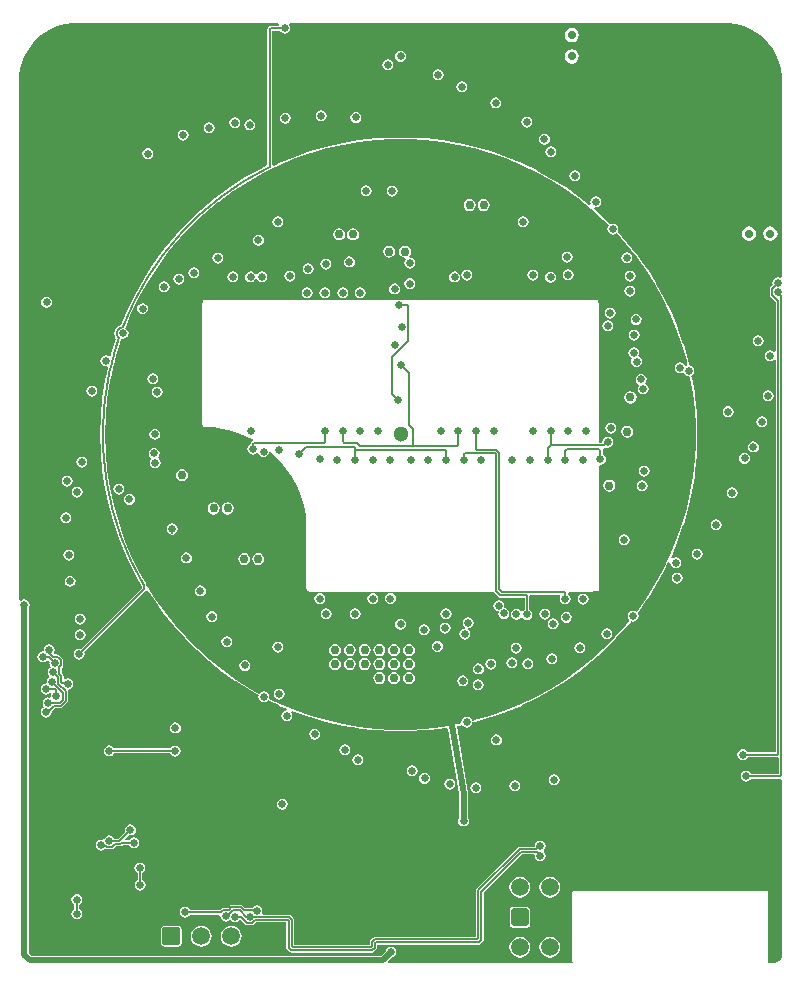
<source format=gbr>
%TF.GenerationSoftware,Altium Limited,Altium Designer,20.1.8 (145)*%
G04 Layer_Physical_Order=2*
G04 Layer_Color=36540*
%FSLAX43Y43*%
%MOMM*%
%TF.SameCoordinates,D169B7AB-BDD6-48C1-BF66-756871F3EBFE*%
%TF.FilePolarity,Positive*%
%TF.FileFunction,Copper,L2,Inr,Signal*%
%TF.Part,Single*%
G01*
G75*
%TA.AperFunction,Conductor*%
%ADD10C,0.127*%
%ADD12C,0.152*%
%TA.AperFunction,ComponentPad*%
%ADD48O,1.900X1.100*%
%ADD49O,2.200X1.100*%
%ADD50C,0.700*%
%ADD51C,1.500*%
G04:AMPARAMS|DCode=52|XSize=1.5mm|YSize=1.5mm|CornerRadius=0.15mm|HoleSize=0mm|Usage=FLASHONLY|Rotation=0.000|XOffset=0mm|YOffset=0mm|HoleType=Round|Shape=RoundedRectangle|*
%AMROUNDEDRECTD52*
21,1,1.500,1.200,0,0,0.0*
21,1,1.200,1.500,0,0,0.0*
1,1,0.300,0.600,-0.600*
1,1,0.300,-0.600,-0.600*
1,1,0.300,-0.600,0.600*
1,1,0.300,0.600,0.600*
%
%ADD52ROUNDEDRECTD52*%
G04:AMPARAMS|DCode=53|XSize=1.5mm|YSize=1.5mm|CornerRadius=0.188mm|HoleSize=0mm|Usage=FLASHONLY|Rotation=0.000|XOffset=0mm|YOffset=0mm|HoleType=Round|Shape=RoundedRectangle|*
%AMROUNDEDRECTD53*
21,1,1.500,1.125,0,0,0.0*
21,1,1.125,1.500,0,0,0.0*
1,1,0.375,0.563,-0.563*
1,1,0.375,-0.563,-0.563*
1,1,0.375,-0.563,0.563*
1,1,0.375,0.563,0.563*
%
%ADD53ROUNDEDRECTD53*%
%TA.AperFunction,ViaPad*%
%ADD54C,0.660*%
%ADD55C,0.760*%
%ADD56C,3.200*%
%ADD57C,1.300*%
%TA.AperFunction,Conductor*%
%ADD58C,0.508*%
%ADD59C,0.203*%
G36*
X1060314Y1079796D02*
X1060938Y1079714D01*
X1061545Y1079551D01*
X1062126Y1079311D01*
X1062670Y1078996D01*
X1063169Y1078614D01*
X1063614Y1078169D01*
X1063996Y1077670D01*
X1064311Y1077126D01*
X1064551Y1076545D01*
X1064714Y1075938D01*
X1064796Y1075314D01*
X1064796Y1075000D01*
Y1058355D01*
X1064644Y1058273D01*
X1064636Y1058278D01*
X1064458Y1058314D01*
X1064279Y1058278D01*
X1064128Y1058177D01*
X1064027Y1058026D01*
X1063992Y1057848D01*
X1064023Y1057688D01*
X1063800Y1057465D01*
X1063758Y1057402D01*
X1063743Y1057328D01*
Y1056820D01*
X1063758Y1056746D01*
X1063800Y1056683D01*
X1064288Y1056194D01*
Y1052020D01*
X1064136Y1051974D01*
X1064130Y1051983D01*
X1063979Y1052084D01*
X1063801Y1052119D01*
X1063622Y1052084D01*
X1063471Y1051983D01*
X1063370Y1051831D01*
X1063335Y1051653D01*
X1063370Y1051475D01*
X1063471Y1051324D01*
X1063622Y1051223D01*
X1063801Y1051187D01*
X1063979Y1051223D01*
X1064130Y1051324D01*
X1064136Y1051332D01*
X1064288Y1051286D01*
Y1018091D01*
X1061895D01*
X1061805Y1018227D01*
X1061653Y1018328D01*
X1061475Y1018363D01*
X1061297Y1018328D01*
X1061146Y1018227D01*
X1061045Y1018075D01*
X1061009Y1017897D01*
X1061045Y1017719D01*
X1061146Y1017568D01*
X1061297Y1017467D01*
X1061475Y1017431D01*
X1061653Y1017467D01*
X1061805Y1017568D01*
X1061895Y1017703D01*
X1064408D01*
X1064542Y1017588D01*
Y1016248D01*
X1062192D01*
X1062102Y1016383D01*
X1061950Y1016484D01*
X1061772Y1016519D01*
X1061594Y1016484D01*
X1061443Y1016383D01*
X1061342Y1016232D01*
X1061306Y1016053D01*
X1061342Y1015875D01*
X1061443Y1015724D01*
X1061594Y1015623D01*
X1061772Y1015587D01*
X1061950Y1015623D01*
X1062102Y1015724D01*
X1062192Y1015859D01*
X1064662D01*
X1064796Y1015744D01*
Y1001000D01*
Y1000922D01*
X1064766Y1000768D01*
X1064705Y1000623D01*
X1064618Y1000492D01*
X1064507Y1000382D01*
X1064377Y1000294D01*
X1064232Y1000234D01*
X1064078Y1000204D01*
X1063630D01*
X1063580Y1000348D01*
X1063620Y1000445D01*
Y1006212D01*
X1063580Y1006309D01*
X1063482Y1006349D01*
X1047175D01*
X1047077Y1006309D01*
X1047037Y1006212D01*
Y1000445D01*
X1047077Y1000348D01*
X1047027Y1000204D01*
X1031494D01*
X1031430Y1000356D01*
X1031794Y1000720D01*
X1031868Y1000734D01*
X1032019Y1000836D01*
X1032120Y1000987D01*
X1032156Y1001165D01*
X1032120Y1001343D01*
X1032019Y1001494D01*
X1031868Y1001595D01*
X1031690Y1001631D01*
X1031511Y1001595D01*
X1031360Y1001494D01*
X1031259Y1001343D01*
X1031245Y1001269D01*
X1030853Y1000877D01*
X1001249D01*
X1001030Y1001096D01*
Y1030325D01*
X1001072Y1030388D01*
X1001107Y1030566D01*
X1001072Y1030745D01*
X1000971Y1030896D01*
X1000820Y1030997D01*
X1000641Y1031032D01*
X1000463Y1030997D01*
X1000356Y1030926D01*
X1000215Y1030984D01*
X1000204Y1030993D01*
Y1075000D01*
X1000204Y1075314D01*
X1000286Y1075938D01*
X1000449Y1076545D01*
X1000689Y1077126D01*
X1001004Y1077670D01*
X1001386Y1078169D01*
X1001831Y1078614D01*
X1002330Y1078996D01*
X1002874Y1079311D01*
X1003455Y1079551D01*
X1004062Y1079714D01*
X1004686Y1079796D01*
X1005000Y1079796D01*
X1022095D01*
X1022182Y1079644D01*
X1022160Y1079607D01*
X1021524D01*
X1021524Y1079607D01*
X1021444Y1079591D01*
X1021377Y1079547D01*
X1021377Y1079547D01*
X1021288Y1079457D01*
X1021243Y1079390D01*
X1021227Y1079311D01*
X1021227Y1079311D01*
Y1067772D01*
X1020686Y1067509D01*
X1019349Y1066755D01*
X1018059Y1065921D01*
X1016823Y1065011D01*
X1015643Y1064028D01*
X1014525Y1062975D01*
X1013472Y1061857D01*
X1012489Y1060677D01*
X1011579Y1059441D01*
X1010745Y1058151D01*
X1009991Y1056814D01*
X1009319Y1055433D01*
X1008838Y1054271D01*
X1008815Y1054268D01*
X1008636Y1054194D01*
X1008482Y1054076D01*
X1008364Y1053922D01*
X1008290Y1053743D01*
X1008265Y1053551D01*
X1008290Y1053358D01*
X1008364Y1053179D01*
X1008419Y1053108D01*
X1008223Y1052540D01*
X1008026Y1051836D01*
X1008022Y1051830D01*
X1008018Y1051810D01*
X1008010Y1051791D01*
X1007985Y1051663D01*
X1007816Y1051598D01*
X1007742Y1051648D01*
X1007563Y1051683D01*
X1007385Y1051648D01*
X1007234Y1051547D01*
X1007133Y1051396D01*
X1007097Y1051217D01*
X1007133Y1051039D01*
X1007234Y1050888D01*
X1007385Y1050787D01*
X1007563Y1050751D01*
X1007619Y1050762D01*
X1007741Y1050631D01*
X1007633Y1050239D01*
X1007631Y1050214D01*
X1007496Y1049582D01*
X1007265Y1048064D01*
X1007126Y1046535D01*
X1007079Y1045000D01*
X1007126Y1043465D01*
X1007265Y1041936D01*
X1007496Y1040418D01*
X1007818Y1038916D01*
X1008230Y1037437D01*
X1008731Y1035986D01*
X1009319Y1034567D01*
X1009991Y1033186D01*
X1010596Y1032114D01*
Y1031989D01*
X1005444Y1026837D01*
X1005300Y1026866D01*
X1005122Y1026830D01*
X1004971Y1026729D01*
X1004870Y1026578D01*
X1004834Y1026400D01*
X1004870Y1026222D01*
X1004971Y1026071D01*
X1005122Y1025969D01*
X1005300Y1025934D01*
X1005478Y1025969D01*
X1005629Y1026071D01*
X1005730Y1026222D01*
X1005766Y1026400D01*
X1005737Y1026544D01*
X1010950Y1031757D01*
X1010950Y1031757D01*
X1010952Y1031760D01*
X1011077Y1031777D01*
X1011127Y1031767D01*
X1011589Y1031032D01*
X1011592Y1031030D01*
X1011593Y1031026D01*
X1012405Y1029882D01*
X1012408Y1029879D01*
X1012409Y1029875D01*
X1013284Y1028779D01*
X1013288Y1028777D01*
X1013289Y1028773D01*
X1014224Y1027727D01*
X1014228Y1027725D01*
X1014229Y1027721D01*
X1015221Y1026729D01*
X1015225Y1026728D01*
X1015227Y1026724D01*
X1016273Y1025789D01*
X1016277Y1025788D01*
X1016279Y1025784D01*
X1017375Y1024909D01*
X1017379Y1024908D01*
X1017382Y1024905D01*
X1018526Y1024093D01*
X1018530Y1024092D01*
X1018532Y1024089D01*
X1019720Y1023342D01*
X1019724Y1023342D01*
X1019727Y1023338D01*
X1020480Y1022922D01*
X1020490Y1022908D01*
X1020468Y1022800D01*
X1020504Y1022622D01*
X1020605Y1022471D01*
X1020756Y1022370D01*
X1020934Y1022334D01*
X1021113Y1022370D01*
X1021264Y1022471D01*
X1021307Y1022490D01*
X1022225Y1022048D01*
X1022229Y1022047D01*
X1022232Y1022044D01*
X1022865Y1021782D01*
X1022835Y1021630D01*
X1022694Y1021602D01*
X1022543Y1021501D01*
X1022442Y1021350D01*
X1022407Y1021171D01*
X1022442Y1020993D01*
X1022543Y1020842D01*
X1022694Y1020741D01*
X1022873Y1020705D01*
X1023051Y1020741D01*
X1023202Y1020842D01*
X1023303Y1020993D01*
X1023339Y1021171D01*
X1023303Y1021350D01*
X1023223Y1021469D01*
X1023310Y1021598D01*
X1023528Y1021508D01*
X1023532D01*
X1023536Y1021505D01*
X1024860Y1021042D01*
X1024864Y1021042D01*
X1024867Y1021039D01*
X1026215Y1020651D01*
X1026219Y1020651D01*
X1026223Y1020649D01*
X1027590Y1020337D01*
X1027594Y1020337D01*
X1027598Y1020335D01*
X1028981Y1020100D01*
X1028985Y1020101D01*
X1028989Y1020099D01*
X1030383Y1019942D01*
X1030386Y1019943D01*
X1030390Y1019941D01*
X1031791Y1019863D01*
X1031795Y1019864D01*
X1031799Y1019863D01*
X1033201D01*
X1033205Y1019864D01*
X1033209Y1019863D01*
X1034610Y1019941D01*
X1034614Y1019943D01*
X1034617Y1019942D01*
X1036011Y1020099D01*
X1036015Y1020101D01*
X1036019Y1020100D01*
X1036394Y1020164D01*
X1036518Y1020076D01*
X1037448Y1014556D01*
Y1012518D01*
X1037403Y1012451D01*
X1037367Y1012272D01*
X1037403Y1012094D01*
X1037504Y1011943D01*
X1037655Y1011842D01*
X1037833Y1011806D01*
X1038011Y1011842D01*
X1038163Y1011943D01*
X1038264Y1012094D01*
X1038299Y1012272D01*
X1038264Y1012451D01*
X1038225Y1012509D01*
Y1014588D01*
X1038218Y1014620D01*
X1038219Y1014653D01*
X1037266Y1020312D01*
X1037402Y1020335D01*
X1037406Y1020337D01*
X1037410Y1020337D01*
X1037701Y1020403D01*
X1037727Y1020398D01*
X1037787Y1020310D01*
X1037938Y1020208D01*
X1038116Y1020173D01*
X1038294Y1020208D01*
X1038446Y1020310D01*
X1038547Y1020461D01*
X1038582Y1020639D01*
X1038616Y1020633D01*
X1038667Y1020624D01*
X1038668Y1020624D01*
X1038669Y1020624D01*
X1038777Y1020649D01*
X1038781Y1020651D01*
X1038785Y1020651D01*
X1040133Y1021039D01*
X1040136Y1021042D01*
X1040140Y1021042D01*
X1041464Y1021505D01*
X1041468Y1021508D01*
X1041472D01*
X1042768Y1022044D01*
X1042771Y1022047D01*
X1042775Y1022048D01*
X1044039Y1022656D01*
X1044042Y1022659D01*
X1044046Y1022660D01*
X1045273Y1023338D01*
X1045276Y1023342D01*
X1045280Y1023342D01*
X1046468Y1024089D01*
X1046470Y1024092D01*
X1046474Y1024093D01*
X1047618Y1024905D01*
X1047621Y1024908D01*
X1047625Y1024909D01*
X1048721Y1025784D01*
X1048723Y1025788D01*
X1048727Y1025789D01*
X1049773Y1026724D01*
X1049775Y1026728D01*
X1049779Y1026729D01*
X1050771Y1027721D01*
X1050772Y1027725D01*
X1050776Y1027727D01*
X1051711Y1028773D01*
X1051712Y1028777D01*
X1051716Y1028779D01*
X1051989Y1029122D01*
X1051992Y1029125D01*
X1051993Y1029126D01*
X1052022Y1029178D01*
X1052200Y1029142D01*
X1052379Y1029178D01*
X1052530Y1029279D01*
X1052631Y1029430D01*
X1052666Y1029609D01*
X1052631Y1029787D01*
X1052591Y1029847D01*
X1052599Y1029887D01*
X1053407Y1031026D01*
X1053408Y1031030D01*
X1053411Y1031032D01*
X1054158Y1032220D01*
X1054158Y1032224D01*
X1054162Y1032227D01*
X1054840Y1033454D01*
X1054841Y1033458D01*
X1054844Y1033461D01*
X1055179Y1034157D01*
X1055274Y1034145D01*
X1055330Y1034120D01*
X1055362Y1033960D01*
X1055463Y1033809D01*
X1055614Y1033708D01*
X1055792Y1033673D01*
X1055970Y1033708D01*
X1056122Y1033809D01*
X1056223Y1033960D01*
X1056258Y1034139D01*
X1056223Y1034317D01*
X1056122Y1034468D01*
X1055970Y1034569D01*
X1055792Y1034605D01*
X1055614Y1034569D01*
X1055514Y1034503D01*
X1055408Y1034596D01*
X1055456Y1034732D01*
X1055992Y1036028D01*
Y1036032D01*
X1055995Y1036036D01*
X1056458Y1037360D01*
X1056458Y1037364D01*
X1056461Y1037367D01*
X1056849Y1038715D01*
X1056849Y1038719D01*
X1056851Y1038723D01*
X1057163Y1040090D01*
X1057163Y1040094D01*
X1057165Y1040098D01*
X1057400Y1041481D01*
X1057399Y1041485D01*
X1057401Y1041489D01*
X1057558Y1042883D01*
X1057557Y1042886D01*
X1057559Y1042890D01*
X1057637Y1044291D01*
X1057636Y1044295D01*
X1057637Y1044299D01*
X1057637Y1045000D01*
X1057637Y1045701D01*
X1057636Y1045705D01*
X1057637Y1045709D01*
X1057559Y1047110D01*
X1057557Y1047114D01*
X1057558Y1047117D01*
X1057401Y1048511D01*
X1057399Y1048515D01*
X1057400Y1048519D01*
X1057177Y1049830D01*
X1057152Y1049870D01*
X1057130Y1049912D01*
X1057133Y1049977D01*
X1057236Y1050046D01*
X1057337Y1050197D01*
X1057372Y1050375D01*
X1057337Y1050554D01*
X1057236Y1050705D01*
X1057085Y1050806D01*
X1056912Y1050840D01*
X1056919Y1050886D01*
X1056929Y1050937D01*
X1056928Y1050938D01*
X1056928Y1050939D01*
X1056851Y1051277D01*
X1056849Y1051281D01*
X1056849Y1051285D01*
X1056461Y1052633D01*
X1056458Y1052636D01*
X1056458Y1052640D01*
X1055995Y1053964D01*
X1055992Y1053968D01*
Y1053972D01*
X1055456Y1055268D01*
X1055453Y1055271D01*
X1055452Y1055275D01*
X1054844Y1056539D01*
X1054841Y1056542D01*
X1054840Y1056546D01*
X1054162Y1057773D01*
X1054158Y1057776D01*
X1054158Y1057780D01*
X1053411Y1058968D01*
X1053408Y1058970D01*
X1053407Y1058974D01*
X1052595Y1060118D01*
X1052592Y1060121D01*
X1052591Y1060125D01*
X1051716Y1061221D01*
X1051712Y1061223D01*
X1051711Y1061227D01*
X1050909Y1062124D01*
X1050898Y1062165D01*
X1050914Y1062188D01*
X1050949Y1062366D01*
X1050914Y1062545D01*
X1050813Y1062696D01*
X1050662Y1062797D01*
X1050484Y1062832D01*
X1050305Y1062797D01*
X1050252Y1062798D01*
X1049779Y1063271D01*
X1049775Y1063272D01*
X1049773Y1063276D01*
X1048852Y1064099D01*
X1048923Y1064241D01*
X1049020Y1064221D01*
X1049198Y1064257D01*
X1049349Y1064358D01*
X1049450Y1064509D01*
X1049486Y1064687D01*
X1049450Y1064866D01*
X1049349Y1065017D01*
X1049198Y1065118D01*
X1049020Y1065153D01*
X1048841Y1065118D01*
X1048690Y1065017D01*
X1048589Y1064866D01*
X1048554Y1064687D01*
X1048587Y1064518D01*
X1048579Y1064506D01*
X1048441Y1064440D01*
X1047625Y1065091D01*
X1047621Y1065092D01*
X1047618Y1065095D01*
X1046474Y1065907D01*
X1046470Y1065908D01*
X1046468Y1065911D01*
X1045280Y1066658D01*
X1045276Y1066658D01*
X1045273Y1066662D01*
X1044046Y1067340D01*
X1044042Y1067341D01*
X1044039Y1067344D01*
X1042775Y1067952D01*
X1042771Y1067953D01*
X1042768Y1067956D01*
X1041472Y1068492D01*
X1041468D01*
X1041464Y1068495D01*
X1040140Y1068958D01*
X1040136Y1068958D01*
X1040133Y1068961D01*
X1038785Y1069349D01*
X1038781Y1069349D01*
X1038777Y1069351D01*
X1037410Y1069663D01*
X1037406Y1069663D01*
X1037402Y1069665D01*
X1036019Y1069900D01*
X1036015Y1069899D01*
X1036012Y1069901D01*
X1034618Y1070058D01*
X1034614Y1070057D01*
X1034610Y1070059D01*
X1033209Y1070137D01*
X1033205Y1070136D01*
X1033201Y1070137D01*
X1032500D01*
X1031799Y1070137D01*
X1031795Y1070136D01*
X1031791Y1070137D01*
X1030390Y1070059D01*
X1030386Y1070057D01*
X1030383Y1070058D01*
X1028989Y1069901D01*
X1028985Y1069899D01*
X1028981Y1069900D01*
X1027598Y1069665D01*
X1027594Y1069663D01*
X1027590Y1069663D01*
X1026223Y1069351D01*
X1026219Y1069349D01*
X1026215Y1069349D01*
X1024867Y1068961D01*
X1024864Y1068958D01*
X1024860Y1068958D01*
X1023536Y1068495D01*
X1023532Y1068492D01*
X1023528D01*
X1022232Y1067956D01*
X1022229Y1067953D01*
X1022225Y1067952D01*
X1021771Y1067734D01*
X1021642Y1067815D01*
Y1079193D01*
X1022289D01*
X1022371Y1079071D01*
X1022522Y1078969D01*
X1022700Y1078934D01*
X1022878Y1078969D01*
X1023029Y1079071D01*
X1023130Y1079222D01*
X1023166Y1079400D01*
X1023130Y1079578D01*
X1023087Y1079644D01*
X1023168Y1079796D01*
X1060000D01*
X1060314Y1079796D01*
D02*
G37*
G36*
X1032500Y1070000D02*
X1033201D01*
X1034602Y1069921D01*
X1035996Y1069764D01*
X1037379Y1069529D01*
X1038747Y1069217D01*
X1040095Y1068829D01*
X1041419Y1068365D01*
X1042715Y1067829D01*
X1043979Y1067220D01*
X1045207Y1066541D01*
X1046395Y1065795D01*
X1047539Y1064983D01*
X1048636Y1064108D01*
X1049682Y1063174D01*
X1050155Y1062701D01*
X1050154Y1062696D01*
X1050053Y1062545D01*
X1050018Y1062366D01*
X1050053Y1062188D01*
X1050154Y1062037D01*
X1050305Y1061936D01*
X1050484Y1061901D01*
X1050662Y1061936D01*
X1050807Y1062033D01*
X1051609Y1061136D01*
X1052483Y1060039D01*
X1053295Y1058895D01*
X1054041Y1057707D01*
X1054720Y1056479D01*
X1055329Y1055215D01*
X1055865Y1053919D01*
X1056329Y1052595D01*
X1056717Y1051247D01*
X1056794Y1050908D01*
X1056729Y1050807D01*
X1056671Y1050804D01*
X1056601Y1050833D01*
X1056500Y1050984D01*
X1056349Y1051085D01*
X1056171Y1051121D01*
X1055992Y1051085D01*
X1055841Y1050984D01*
X1055740Y1050833D01*
X1055705Y1050655D01*
X1055740Y1050476D01*
X1055841Y1050325D01*
X1055992Y1050224D01*
X1056171Y1050189D01*
X1056341Y1050223D01*
X1056406Y1050226D01*
X1056476Y1050197D01*
X1056577Y1050046D01*
X1056728Y1049945D01*
X1056906Y1049909D01*
X1056916Y1049911D01*
X1057042Y1049807D01*
X1057264Y1048496D01*
X1057421Y1047102D01*
X1057500Y1045701D01*
X1057500Y1045000D01*
X1057500Y1044299D01*
X1057421Y1042898D01*
X1057264Y1041504D01*
X1057029Y1040121D01*
X1056717Y1038753D01*
X1056329Y1037405D01*
X1055865Y1036081D01*
X1055329Y1034785D01*
X1054720Y1033521D01*
X1054041Y1032293D01*
X1053295Y1031105D01*
X1052487Y1029967D01*
X1052379Y1030039D01*
X1052200Y1030074D01*
X1052022Y1030039D01*
X1051871Y1029938D01*
X1051770Y1029787D01*
X1051734Y1029609D01*
X1051770Y1029430D01*
X1051871Y1029279D01*
X1051882Y1029207D01*
X1051608Y1028864D01*
X1050674Y1027818D01*
X1049682Y1026826D01*
X1048636Y1025892D01*
X1047539Y1025017D01*
X1046395Y1024205D01*
X1045207Y1023459D01*
X1043979Y1022780D01*
X1042715Y1022171D01*
X1041419Y1021635D01*
X1040095Y1021171D01*
X1038747Y1020783D01*
X1038638Y1020758D01*
X1038547Y1020817D01*
X1038446Y1020968D01*
X1038294Y1021069D01*
X1038116Y1021105D01*
X1037938Y1021069D01*
X1037787Y1020968D01*
X1037686Y1020817D01*
X1037650Y1020639D01*
X1037670Y1020537D01*
X1037379Y1020471D01*
X1035996Y1020236D01*
X1034602Y1020079D01*
X1033201Y1020000D01*
X1031799D01*
X1030398Y1020079D01*
X1029004Y1020236D01*
X1027621Y1020471D01*
X1026253Y1020783D01*
X1024905Y1021171D01*
X1023581Y1021635D01*
X1022285Y1022171D01*
X1021367Y1022613D01*
X1021365Y1022622D01*
X1021400Y1022800D01*
X1021365Y1022979D01*
X1021264Y1023130D01*
X1021113Y1023231D01*
X1020934Y1023266D01*
X1020756Y1023231D01*
X1020605Y1023130D01*
X1020546Y1023042D01*
X1019793Y1023459D01*
X1018605Y1024205D01*
X1017461Y1025017D01*
X1016364Y1025892D01*
X1015318Y1026826D01*
X1014326Y1027818D01*
X1013392Y1028864D01*
X1012517Y1029961D01*
X1011705Y1031105D01*
X1011039Y1032165D01*
X1010984Y1032278D01*
X1010923Y1032388D01*
X1010362Y1033381D01*
X1009701Y1034739D01*
X1009123Y1036134D01*
X1008631Y1037562D01*
X1008225Y1039017D01*
X1007908Y1040493D01*
X1007683Y1041976D01*
X1007679Y1042005D01*
X1007547Y1043458D01*
X1007543Y1043533D01*
X1007500Y1044956D01*
Y1045044D01*
X1007543Y1046467D01*
X1007547Y1046542D01*
X1007679Y1047995D01*
X1007683Y1048024D01*
X1007908Y1049507D01*
X1008044Y1050140D01*
X1008044Y1050140D01*
X1008038Y1050149D01*
X1008277Y1051019D01*
X1008279Y1051020D01*
X1008281Y1051025D01*
X1008283Y1051040D01*
X1008290Y1051073D01*
X1008303Y1051142D01*
X1008412Y1051687D01*
X1008421Y1051692D01*
X1008421D01*
X1008623Y1052415D01*
X1008854Y1053085D01*
X1008971Y1053092D01*
X1009008Y1053085D01*
X1009186Y1053120D01*
X1009337Y1053221D01*
X1009438Y1053372D01*
X1009474Y1053551D01*
X1009438Y1053729D01*
X1009337Y1053880D01*
X1009267Y1053927D01*
X1009191Y1054000D01*
X1009220Y1054099D01*
X1009701Y1055261D01*
X1010362Y1056619D01*
X1011104Y1057934D01*
X1011924Y1059202D01*
X1012813Y1060410D01*
X1012832Y1060434D01*
X1013766Y1061554D01*
X1013816Y1061610D01*
X1014791Y1062646D01*
X1014854Y1062709D01*
X1015890Y1063684D01*
X1015946Y1063734D01*
X1017066Y1064668D01*
X1017090Y1064687D01*
X1018298Y1065576D01*
X1019566Y1066396D01*
X1020881Y1067138D01*
X1021529Y1067453D01*
Y1067453D01*
X1021534Y1067467D01*
X1022285Y1067829D01*
X1023581Y1068365D01*
X1024905Y1068829D01*
X1026253Y1069217D01*
X1027621Y1069529D01*
X1029004Y1069764D01*
X1030398Y1069921D01*
X1031799Y1070000D01*
X1032500Y1070000D01*
D02*
G37*
%LPC*%
G36*
X1047000Y1079420D02*
X1046766Y1079373D01*
X1046567Y1079241D01*
X1046435Y1079042D01*
X1046388Y1078808D01*
X1046435Y1078574D01*
X1046567Y1078375D01*
X1046766Y1078243D01*
X1047000Y1078196D01*
X1047234Y1078243D01*
X1047433Y1078375D01*
X1047565Y1078574D01*
X1047612Y1078808D01*
X1047565Y1079042D01*
X1047433Y1079241D01*
X1047234Y1079373D01*
X1047000Y1079420D01*
D02*
G37*
G36*
X1032500Y1077466D02*
X1032322Y1077430D01*
X1032171Y1077329D01*
X1032070Y1077178D01*
X1032034Y1077000D01*
X1032070Y1076822D01*
X1032171Y1076671D01*
X1032322Y1076569D01*
X1032500Y1076534D01*
X1032678Y1076569D01*
X1032829Y1076671D01*
X1032930Y1076822D01*
X1032966Y1077000D01*
X1032930Y1077178D01*
X1032829Y1077329D01*
X1032678Y1077430D01*
X1032500Y1077466D01*
D02*
G37*
G36*
X1047000Y1077620D02*
X1046766Y1077573D01*
X1046567Y1077441D01*
X1046435Y1077242D01*
X1046388Y1077008D01*
X1046435Y1076774D01*
X1046567Y1076575D01*
X1046766Y1076443D01*
X1047000Y1076396D01*
X1047234Y1076443D01*
X1047433Y1076575D01*
X1047565Y1076774D01*
X1047612Y1077008D01*
X1047565Y1077242D01*
X1047433Y1077441D01*
X1047234Y1077573D01*
X1047000Y1077620D01*
D02*
G37*
G36*
X1031408Y1076747D02*
X1031229Y1076711D01*
X1031078Y1076610D01*
X1030977Y1076459D01*
X1030942Y1076281D01*
X1030977Y1076103D01*
X1031078Y1075951D01*
X1031229Y1075850D01*
X1031408Y1075815D01*
X1031586Y1075850D01*
X1031737Y1075951D01*
X1031838Y1076103D01*
X1031874Y1076281D01*
X1031838Y1076459D01*
X1031737Y1076610D01*
X1031586Y1076711D01*
X1031408Y1076747D01*
D02*
G37*
G36*
X1035699Y1075898D02*
X1035520Y1075863D01*
X1035369Y1075762D01*
X1035268Y1075611D01*
X1035233Y1075432D01*
X1035268Y1075254D01*
X1035369Y1075103D01*
X1035520Y1075002D01*
X1035699Y1074966D01*
X1035877Y1075002D01*
X1036028Y1075103D01*
X1036129Y1075254D01*
X1036165Y1075432D01*
X1036129Y1075611D01*
X1036028Y1075762D01*
X1035877Y1075863D01*
X1035699Y1075898D01*
D02*
G37*
G36*
X1037692Y1074912D02*
X1037514Y1074876D01*
X1037363Y1074775D01*
X1037262Y1074624D01*
X1037226Y1074446D01*
X1037262Y1074267D01*
X1037363Y1074116D01*
X1037514Y1074015D01*
X1037692Y1073980D01*
X1037870Y1074015D01*
X1038022Y1074116D01*
X1038123Y1074267D01*
X1038158Y1074446D01*
X1038123Y1074624D01*
X1038022Y1074775D01*
X1037870Y1074876D01*
X1037692Y1074912D01*
D02*
G37*
G36*
X1040549Y1073535D02*
X1040370Y1073499D01*
X1040219Y1073398D01*
X1040118Y1073247D01*
X1040083Y1073069D01*
X1040118Y1072891D01*
X1040219Y1072739D01*
X1040370Y1072638D01*
X1040549Y1072603D01*
X1040727Y1072638D01*
X1040878Y1072739D01*
X1040979Y1072891D01*
X1041015Y1073069D01*
X1040979Y1073247D01*
X1040878Y1073398D01*
X1040727Y1073499D01*
X1040549Y1073535D01*
D02*
G37*
G36*
X1025775Y1072440D02*
X1025596Y1072405D01*
X1025445Y1072304D01*
X1025344Y1072152D01*
X1025309Y1071974D01*
X1025344Y1071796D01*
X1025445Y1071645D01*
X1025596Y1071544D01*
X1025775Y1071508D01*
X1025953Y1071544D01*
X1026104Y1071645D01*
X1026205Y1071796D01*
X1026240Y1071974D01*
X1026205Y1072152D01*
X1026104Y1072304D01*
X1025953Y1072405D01*
X1025775Y1072440D01*
D02*
G37*
G36*
X1028728Y1072302D02*
X1028550Y1072267D01*
X1028399Y1072166D01*
X1028298Y1072015D01*
X1028262Y1071836D01*
X1028298Y1071658D01*
X1028399Y1071507D01*
X1028550Y1071406D01*
X1028728Y1071370D01*
X1028907Y1071406D01*
X1029058Y1071507D01*
X1029159Y1071658D01*
X1029194Y1071836D01*
X1029159Y1072015D01*
X1029058Y1072166D01*
X1028907Y1072267D01*
X1028728Y1072302D01*
D02*
G37*
G36*
X1022752Y1072247D02*
X1022574Y1072212D01*
X1022423Y1072111D01*
X1022322Y1071960D01*
X1022286Y1071781D01*
X1022322Y1071603D01*
X1022423Y1071452D01*
X1022574Y1071351D01*
X1022752Y1071315D01*
X1022931Y1071351D01*
X1023082Y1071452D01*
X1023183Y1071603D01*
X1023218Y1071781D01*
X1023183Y1071960D01*
X1023082Y1072111D01*
X1022931Y1072212D01*
X1022752Y1072247D01*
D02*
G37*
G36*
X1043176Y1071891D02*
X1042998Y1071855D01*
X1042847Y1071754D01*
X1042746Y1071603D01*
X1042710Y1071425D01*
X1042746Y1071246D01*
X1042847Y1071095D01*
X1042998Y1070994D01*
X1043176Y1070959D01*
X1043355Y1070994D01*
X1043506Y1071095D01*
X1043607Y1071246D01*
X1043642Y1071425D01*
X1043607Y1071603D01*
X1043506Y1071754D01*
X1043355Y1071855D01*
X1043176Y1071891D01*
D02*
G37*
G36*
X1018463Y1071866D02*
X1018284Y1071831D01*
X1018133Y1071730D01*
X1018032Y1071578D01*
X1017997Y1071400D01*
X1018032Y1071222D01*
X1018133Y1071071D01*
X1018284Y1070970D01*
X1018463Y1070934D01*
X1018641Y1070970D01*
X1018792Y1071071D01*
X1018893Y1071222D01*
X1018929Y1071400D01*
X1018893Y1071578D01*
X1018792Y1071730D01*
X1018641Y1071831D01*
X1018463Y1071866D01*
D02*
G37*
G36*
X1019721Y1071666D02*
X1019543Y1071630D01*
X1019392Y1071529D01*
X1019291Y1071378D01*
X1019256Y1071200D01*
X1019291Y1071021D01*
X1019392Y1070870D01*
X1019543Y1070769D01*
X1019721Y1070734D01*
X1019900Y1070769D01*
X1020051Y1070870D01*
X1020152Y1071021D01*
X1020187Y1071200D01*
X1020152Y1071378D01*
X1020051Y1071529D01*
X1019900Y1071630D01*
X1019721Y1071666D01*
D02*
G37*
G36*
X1016284Y1071416D02*
X1016106Y1071381D01*
X1015955Y1071280D01*
X1015854Y1071129D01*
X1015819Y1070950D01*
X1015854Y1070772D01*
X1015955Y1070621D01*
X1016106Y1070520D01*
X1016284Y1070484D01*
X1016463Y1070520D01*
X1016614Y1070621D01*
X1016715Y1070772D01*
X1016750Y1070950D01*
X1016715Y1071129D01*
X1016614Y1071280D01*
X1016463Y1071381D01*
X1016284Y1071416D01*
D02*
G37*
G36*
X1014102Y1070788D02*
X1013924Y1070753D01*
X1013773Y1070652D01*
X1013672Y1070500D01*
X1013636Y1070322D01*
X1013672Y1070144D01*
X1013773Y1069993D01*
X1013924Y1069892D01*
X1014102Y1069856D01*
X1014281Y1069892D01*
X1014432Y1069993D01*
X1014533Y1070144D01*
X1014568Y1070322D01*
X1014533Y1070500D01*
X1014432Y1070652D01*
X1014281Y1070753D01*
X1014102Y1070788D01*
D02*
G37*
G36*
X1044687Y1070452D02*
X1044508Y1070417D01*
X1044357Y1070316D01*
X1044256Y1070165D01*
X1044221Y1069986D01*
X1044256Y1069808D01*
X1044357Y1069657D01*
X1044508Y1069556D01*
X1044687Y1069521D01*
X1044865Y1069556D01*
X1045016Y1069657D01*
X1045117Y1069808D01*
X1045153Y1069986D01*
X1045117Y1070165D01*
X1045016Y1070316D01*
X1044865Y1070417D01*
X1044687Y1070452D01*
D02*
G37*
G36*
X1045223Y1069394D02*
X1045044Y1069358D01*
X1044893Y1069257D01*
X1044792Y1069106D01*
X1044757Y1068928D01*
X1044792Y1068750D01*
X1044893Y1068598D01*
X1045044Y1068497D01*
X1045223Y1068462D01*
X1045401Y1068497D01*
X1045552Y1068598D01*
X1045653Y1068750D01*
X1045689Y1068928D01*
X1045653Y1069106D01*
X1045552Y1069257D01*
X1045401Y1069358D01*
X1045223Y1069394D01*
D02*
G37*
G36*
X1011088Y1069247D02*
X1010910Y1069211D01*
X1010758Y1069110D01*
X1010657Y1068959D01*
X1010622Y1068781D01*
X1010657Y1068602D01*
X1010758Y1068451D01*
X1010910Y1068350D01*
X1011088Y1068315D01*
X1011266Y1068350D01*
X1011417Y1068451D01*
X1011518Y1068602D01*
X1011554Y1068781D01*
X1011518Y1068959D01*
X1011417Y1069110D01*
X1011266Y1069211D01*
X1011088Y1069247D01*
D02*
G37*
G36*
X1047263Y1067353D02*
X1047084Y1067317D01*
X1046933Y1067216D01*
X1046832Y1067065D01*
X1046797Y1066887D01*
X1046832Y1066708D01*
X1046933Y1066557D01*
X1047084Y1066456D01*
X1047263Y1066421D01*
X1047441Y1066456D01*
X1047592Y1066557D01*
X1047693Y1066708D01*
X1047729Y1066887D01*
X1047693Y1067065D01*
X1047592Y1067216D01*
X1047441Y1067317D01*
X1047263Y1067353D01*
D02*
G37*
G36*
X1063811Y1062611D02*
X1063577Y1062565D01*
X1063378Y1062432D01*
X1063246Y1062234D01*
X1063199Y1062000D01*
X1063246Y1061766D01*
X1063378Y1061567D01*
X1063577Y1061434D01*
X1063811Y1061388D01*
X1064045Y1061434D01*
X1064244Y1061567D01*
X1064376Y1061766D01*
X1064423Y1062000D01*
X1064376Y1062234D01*
X1064244Y1062432D01*
X1064045Y1062565D01*
X1063811Y1062611D01*
D02*
G37*
G36*
X1062011D02*
X1061777Y1062565D01*
X1061578Y1062432D01*
X1061446Y1062234D01*
X1061399Y1062000D01*
X1061446Y1061766D01*
X1061578Y1061567D01*
X1061777Y1061434D01*
X1062011Y1061388D01*
X1062245Y1061434D01*
X1062444Y1061567D01*
X1062576Y1061766D01*
X1062623Y1062000D01*
X1062576Y1062234D01*
X1062444Y1062432D01*
X1062245Y1062565D01*
X1062011Y1062611D01*
D02*
G37*
G36*
X1002526Y1056673D02*
X1002348Y1056637D01*
X1002197Y1056536D01*
X1002096Y1056385D01*
X1002061Y1056207D01*
X1002096Y1056028D01*
X1002197Y1055877D01*
X1002348Y1055776D01*
X1002526Y1055741D01*
X1002705Y1055776D01*
X1002856Y1055877D01*
X1002957Y1056028D01*
X1002992Y1056207D01*
X1002957Y1056385D01*
X1002856Y1056536D01*
X1002705Y1056637D01*
X1002526Y1056673D01*
D02*
G37*
G36*
X1062782Y1053384D02*
X1062604Y1053348D01*
X1062453Y1053247D01*
X1062351Y1053096D01*
X1062316Y1052918D01*
X1062351Y1052740D01*
X1062453Y1052588D01*
X1062604Y1052487D01*
X1062782Y1052452D01*
X1062960Y1052487D01*
X1063111Y1052588D01*
X1063213Y1052740D01*
X1063248Y1052918D01*
X1063213Y1053096D01*
X1063111Y1053247D01*
X1062960Y1053348D01*
X1062782Y1053384D01*
D02*
G37*
G36*
X1006357Y1049140D02*
X1006179Y1049105D01*
X1006027Y1049004D01*
X1005926Y1048853D01*
X1005891Y1048674D01*
X1005926Y1048496D01*
X1006027Y1048345D01*
X1006179Y1048244D01*
X1006357Y1048208D01*
X1006535Y1048244D01*
X1006686Y1048345D01*
X1006787Y1048496D01*
X1006823Y1048674D01*
X1006787Y1048853D01*
X1006686Y1049004D01*
X1006535Y1049105D01*
X1006357Y1049140D01*
D02*
G37*
G36*
X1063629Y1048738D02*
X1063450Y1048702D01*
X1063299Y1048601D01*
X1063198Y1048450D01*
X1063163Y1048272D01*
X1063198Y1048093D01*
X1063299Y1047942D01*
X1063450Y1047841D01*
X1063629Y1047806D01*
X1063807Y1047841D01*
X1063958Y1047942D01*
X1064059Y1048093D01*
X1064094Y1048272D01*
X1064059Y1048450D01*
X1063958Y1048601D01*
X1063807Y1048702D01*
X1063629Y1048738D01*
D02*
G37*
G36*
X1060232Y1047405D02*
X1060054Y1047370D01*
X1059903Y1047269D01*
X1059802Y1047118D01*
X1059766Y1046939D01*
X1059802Y1046761D01*
X1059903Y1046610D01*
X1060054Y1046509D01*
X1060232Y1046473D01*
X1060411Y1046509D01*
X1060562Y1046610D01*
X1060663Y1046761D01*
X1060698Y1046939D01*
X1060663Y1047118D01*
X1060562Y1047269D01*
X1060411Y1047370D01*
X1060232Y1047405D01*
D02*
G37*
G36*
X1063081Y1046534D02*
X1062903Y1046498D01*
X1062752Y1046397D01*
X1062651Y1046246D01*
X1062615Y1046068D01*
X1062651Y1045890D01*
X1062752Y1045738D01*
X1062903Y1045637D01*
X1063081Y1045602D01*
X1063260Y1045637D01*
X1063411Y1045738D01*
X1063512Y1045890D01*
X1063547Y1046068D01*
X1063512Y1046246D01*
X1063411Y1046397D01*
X1063260Y1046498D01*
X1063081Y1046534D01*
D02*
G37*
G36*
X1062382Y1044422D02*
X1062203Y1044387D01*
X1062052Y1044286D01*
X1061951Y1044135D01*
X1061916Y1043957D01*
X1061951Y1043778D01*
X1062052Y1043627D01*
X1062203Y1043526D01*
X1062382Y1043491D01*
X1062560Y1043526D01*
X1062711Y1043627D01*
X1062812Y1043778D01*
X1062848Y1043957D01*
X1062812Y1044135D01*
X1062711Y1044286D01*
X1062560Y1044387D01*
X1062382Y1044422D01*
D02*
G37*
G36*
X1061629Y1043429D02*
X1061451Y1043394D01*
X1061299Y1043293D01*
X1061198Y1043141D01*
X1061163Y1042963D01*
X1061198Y1042785D01*
X1061299Y1042634D01*
X1061451Y1042533D01*
X1061629Y1042497D01*
X1061807Y1042533D01*
X1061958Y1042634D01*
X1062059Y1042785D01*
X1062095Y1042963D01*
X1062059Y1043141D01*
X1061958Y1043293D01*
X1061807Y1043394D01*
X1061629Y1043429D01*
D02*
G37*
G36*
X1005503Y1043104D02*
X1005325Y1043069D01*
X1005174Y1042968D01*
X1005073Y1042816D01*
X1005037Y1042638D01*
X1005073Y1042460D01*
X1005174Y1042309D01*
X1005325Y1042208D01*
X1005503Y1042172D01*
X1005681Y1042208D01*
X1005833Y1042309D01*
X1005934Y1042460D01*
X1005969Y1042638D01*
X1005934Y1042816D01*
X1005833Y1042968D01*
X1005681Y1043069D01*
X1005503Y1043104D01*
D02*
G37*
G36*
X1004277Y1041500D02*
X1004099Y1041464D01*
X1003948Y1041363D01*
X1003847Y1041212D01*
X1003811Y1041034D01*
X1003847Y1040855D01*
X1003948Y1040704D01*
X1004099Y1040603D01*
X1004277Y1040568D01*
X1004456Y1040603D01*
X1004607Y1040704D01*
X1004708Y1040855D01*
X1004743Y1041034D01*
X1004708Y1041212D01*
X1004607Y1041363D01*
X1004456Y1041464D01*
X1004277Y1041500D01*
D02*
G37*
G36*
X1005136Y1040563D02*
X1004957Y1040528D01*
X1004806Y1040427D01*
X1004705Y1040276D01*
X1004670Y1040098D01*
X1004705Y1039919D01*
X1004806Y1039768D01*
X1004957Y1039667D01*
X1005136Y1039632D01*
X1005314Y1039667D01*
X1005465Y1039768D01*
X1005566Y1039919D01*
X1005602Y1040098D01*
X1005566Y1040276D01*
X1005465Y1040427D01*
X1005314Y1040528D01*
X1005136Y1040563D01*
D02*
G37*
G36*
X1060567Y1040517D02*
X1060389Y1040482D01*
X1060238Y1040380D01*
X1060136Y1040229D01*
X1060101Y1040051D01*
X1060136Y1039873D01*
X1060238Y1039722D01*
X1060389Y1039620D01*
X1060567Y1039585D01*
X1060745Y1039620D01*
X1060896Y1039722D01*
X1060997Y1039873D01*
X1061033Y1040051D01*
X1060997Y1040229D01*
X1060896Y1040380D01*
X1060745Y1040482D01*
X1060567Y1040517D01*
D02*
G37*
G36*
X1004167Y1038402D02*
X1003989Y1038366D01*
X1003838Y1038265D01*
X1003737Y1038114D01*
X1003701Y1037936D01*
X1003737Y1037758D01*
X1003838Y1037606D01*
X1003989Y1037505D01*
X1004167Y1037470D01*
X1004346Y1037505D01*
X1004497Y1037606D01*
X1004598Y1037758D01*
X1004633Y1037936D01*
X1004598Y1038114D01*
X1004497Y1038265D01*
X1004346Y1038366D01*
X1004167Y1038402D01*
D02*
G37*
G36*
X1059223Y1037803D02*
X1059045Y1037768D01*
X1058894Y1037667D01*
X1058793Y1037516D01*
X1058757Y1037337D01*
X1058793Y1037159D01*
X1058894Y1037008D01*
X1059045Y1036907D01*
X1059223Y1036871D01*
X1059401Y1036907D01*
X1059552Y1037008D01*
X1059654Y1037159D01*
X1059689Y1037337D01*
X1059654Y1037516D01*
X1059552Y1037667D01*
X1059401Y1037768D01*
X1059223Y1037803D01*
D02*
G37*
G36*
X1057627Y1035314D02*
X1057448Y1035279D01*
X1057297Y1035178D01*
X1057196Y1035026D01*
X1057161Y1034848D01*
X1057196Y1034670D01*
X1057297Y1034519D01*
X1057448Y1034418D01*
X1057627Y1034382D01*
X1057805Y1034418D01*
X1057956Y1034519D01*
X1058057Y1034670D01*
X1058093Y1034848D01*
X1058057Y1035026D01*
X1057956Y1035178D01*
X1057805Y1035279D01*
X1057627Y1035314D01*
D02*
G37*
G36*
X1004403Y1035240D02*
X1004225Y1035204D01*
X1004074Y1035103D01*
X1003973Y1034952D01*
X1003937Y1034774D01*
X1003973Y1034595D01*
X1004074Y1034444D01*
X1004225Y1034343D01*
X1004403Y1034308D01*
X1004582Y1034343D01*
X1004733Y1034444D01*
X1004834Y1034595D01*
X1004869Y1034774D01*
X1004834Y1034952D01*
X1004733Y1035103D01*
X1004582Y1035204D01*
X1004403Y1035240D01*
D02*
G37*
G36*
X1055917Y1033276D02*
X1055739Y1033240D01*
X1055588Y1033139D01*
X1055487Y1032988D01*
X1055451Y1032810D01*
X1055487Y1032631D01*
X1055588Y1032480D01*
X1055739Y1032379D01*
X1055917Y1032344D01*
X1056095Y1032379D01*
X1056247Y1032480D01*
X1056348Y1032631D01*
X1056383Y1032810D01*
X1056348Y1032988D01*
X1056247Y1033139D01*
X1056095Y1033240D01*
X1055917Y1033276D01*
D02*
G37*
G36*
X1004546Y1033020D02*
X1004367Y1032984D01*
X1004216Y1032883D01*
X1004115Y1032732D01*
X1004080Y1032554D01*
X1004115Y1032376D01*
X1004216Y1032224D01*
X1004367Y1032123D01*
X1004546Y1032088D01*
X1004724Y1032123D01*
X1004875Y1032224D01*
X1004976Y1032376D01*
X1005011Y1032554D01*
X1004976Y1032732D01*
X1004875Y1032883D01*
X1004724Y1032984D01*
X1004546Y1033020D01*
D02*
G37*
G36*
X1005393Y1029816D02*
X1005215Y1029781D01*
X1005064Y1029679D01*
X1004963Y1029528D01*
X1004927Y1029350D01*
X1004963Y1029172D01*
X1005064Y1029021D01*
X1005215Y1028920D01*
X1005393Y1028884D01*
X1005572Y1028920D01*
X1005723Y1029021D01*
X1005824Y1029172D01*
X1005859Y1029350D01*
X1005824Y1029528D01*
X1005723Y1029679D01*
X1005572Y1029781D01*
X1005393Y1029816D01*
D02*
G37*
G36*
X1005362Y1028509D02*
X1005184Y1028473D01*
X1005033Y1028372D01*
X1004932Y1028221D01*
X1004897Y1028043D01*
X1004932Y1027864D01*
X1005033Y1027713D01*
X1005184Y1027612D01*
X1005362Y1027577D01*
X1005541Y1027612D01*
X1005692Y1027713D01*
X1005793Y1027864D01*
X1005828Y1028043D01*
X1005793Y1028221D01*
X1005692Y1028372D01*
X1005541Y1028473D01*
X1005362Y1028509D01*
D02*
G37*
G36*
X1002756Y1027219D02*
X1002578Y1027183D01*
X1002427Y1027082D01*
X1002326Y1026931D01*
X1002296Y1026780D01*
X1002201Y1026644D01*
X1002023Y1026608D01*
X1001872Y1026507D01*
X1001771Y1026356D01*
X1001735Y1026178D01*
X1001771Y1026000D01*
X1001872Y1025848D01*
X1002023Y1025747D01*
X1002201Y1025712D01*
X1002379Y1025747D01*
X1002531Y1025848D01*
X1002682Y1025858D01*
X1002785Y1025747D01*
X1002767Y1025656D01*
X1002803Y1025478D01*
X1002847Y1025412D01*
X1002902Y1025325D01*
X1002808Y1025217D01*
X1002770Y1025192D01*
X1002669Y1025041D01*
X1002634Y1024862D01*
X1002669Y1024684D01*
X1002734Y1024587D01*
X1002770Y1024533D01*
X1002701Y1024396D01*
X1002677Y1024379D01*
X1002576Y1024228D01*
X1002540Y1024049D01*
X1002540Y1024049D01*
X1002540Y1024049D01*
X1002537Y1024035D01*
X1002418Y1023884D01*
X1002333Y1023867D01*
X1002182Y1023766D01*
X1002081Y1023615D01*
X1002046Y1023437D01*
X1002081Y1023259D01*
X1002182Y1023108D01*
X1002333Y1023007D01*
X1002512Y1022971D01*
X1002690Y1023007D01*
X1002841Y1023108D01*
X1002949Y1023010D01*
X1002935Y1022990D01*
X1002903Y1022826D01*
X1002896Y1022809D01*
X1002765Y1022709D01*
X1002672Y1022728D01*
X1002493Y1022693D01*
X1002342Y1022591D01*
X1002241Y1022440D01*
X1002206Y1022262D01*
X1002241Y1022084D01*
X1002268Y1022043D01*
X1002330Y1021924D01*
X1002229Y1021848D01*
X1002182Y1021816D01*
X1002081Y1021665D01*
X1002046Y1021487D01*
X1002081Y1021309D01*
X1002182Y1021158D01*
X1002333Y1021057D01*
X1002512Y1021021D01*
X1002690Y1021057D01*
X1002841Y1021158D01*
X1002942Y1021309D01*
X1002978Y1021487D01*
X1002966Y1021546D01*
X1003234Y1021814D01*
X1003732D01*
X1003807Y1021829D01*
X1003870Y1021871D01*
X1004303Y1022304D01*
X1004303Y1022304D01*
X1004345Y1022367D01*
X1004360Y1022441D01*
X1004360Y1022441D01*
Y1023249D01*
X1004357Y1023261D01*
X1004433Y1023410D01*
X1004456Y1023432D01*
X1004516Y1023444D01*
X1004668Y1023545D01*
X1004769Y1023696D01*
X1004804Y1023875D01*
X1004769Y1024053D01*
X1004668Y1024204D01*
X1004516Y1024305D01*
X1004338Y1024341D01*
X1004160Y1024305D01*
X1004129Y1024285D01*
X1003977Y1024366D01*
Y1024539D01*
X1003977Y1024539D01*
X1003962Y1024613D01*
X1003920Y1024676D01*
X1003920Y1024676D01*
X1003817Y1024779D01*
Y1025229D01*
X1003891Y1025303D01*
X1003891Y1025303D01*
X1003933Y1025366D01*
X1003948Y1025441D01*
X1003948Y1025441D01*
Y1025872D01*
X1003933Y1025946D01*
X1003891Y1026009D01*
X1003586Y1026314D01*
X1003523Y1026356D01*
X1003449Y1026371D01*
X1003234D01*
X1003152Y1026523D01*
X1003187Y1026574D01*
X1003222Y1026753D01*
X1003187Y1026931D01*
X1003086Y1027082D01*
X1002934Y1027183D01*
X1002756Y1027219D01*
D02*
G37*
G36*
X1013446Y1020634D02*
X1013267Y1020599D01*
X1013116Y1020498D01*
X1013015Y1020346D01*
X1012980Y1020168D01*
X1013015Y1019990D01*
X1013116Y1019839D01*
X1013267Y1019738D01*
X1013446Y1019702D01*
X1013624Y1019738D01*
X1013775Y1019839D01*
X1013876Y1019990D01*
X1013912Y1020168D01*
X1013876Y1020346D01*
X1013775Y1020498D01*
X1013624Y1020599D01*
X1013446Y1020634D01*
D02*
G37*
G36*
X1025223Y1020089D02*
X1025045Y1020053D01*
X1024894Y1019952D01*
X1024793Y1019801D01*
X1024757Y1019623D01*
X1024793Y1019444D01*
X1024894Y1019293D01*
X1025045Y1019192D01*
X1025223Y1019157D01*
X1025401Y1019192D01*
X1025553Y1019293D01*
X1025654Y1019444D01*
X1025689Y1019623D01*
X1025654Y1019801D01*
X1025553Y1019952D01*
X1025401Y1020053D01*
X1025223Y1020089D01*
D02*
G37*
G36*
X1040620Y1019611D02*
X1040442Y1019576D01*
X1040291Y1019475D01*
X1040190Y1019323D01*
X1040154Y1019145D01*
X1040190Y1018967D01*
X1040291Y1018816D01*
X1040442Y1018715D01*
X1040620Y1018679D01*
X1040798Y1018715D01*
X1040950Y1018816D01*
X1041051Y1018967D01*
X1041086Y1019145D01*
X1041051Y1019323D01*
X1040950Y1019475D01*
X1040798Y1019576D01*
X1040620Y1019611D01*
D02*
G37*
G36*
X1027794Y1018778D02*
X1027616Y1018742D01*
X1027465Y1018641D01*
X1027364Y1018490D01*
X1027328Y1018312D01*
X1027364Y1018133D01*
X1027465Y1017982D01*
X1027616Y1017881D01*
X1027794Y1017846D01*
X1027972Y1017881D01*
X1028124Y1017982D01*
X1028225Y1018133D01*
X1028260Y1018312D01*
X1028225Y1018490D01*
X1028124Y1018641D01*
X1027972Y1018742D01*
X1027794Y1018778D01*
D02*
G37*
G36*
X1007851Y1018692D02*
X1007672Y1018656D01*
X1007521Y1018555D01*
X1007420Y1018404D01*
X1007385Y1018226D01*
X1007420Y1018048D01*
X1007521Y1017897D01*
X1007672Y1017796D01*
X1007851Y1017760D01*
X1008029Y1017796D01*
X1008180Y1017897D01*
X1008270Y1018032D01*
X1012973D01*
X1012982Y1017985D01*
X1013083Y1017834D01*
X1013234Y1017733D01*
X1013413Y1017697D01*
X1013591Y1017733D01*
X1013742Y1017834D01*
X1013843Y1017985D01*
X1013879Y1018163D01*
X1013843Y1018341D01*
X1013742Y1018493D01*
X1013591Y1018594D01*
X1013413Y1018629D01*
X1013234Y1018594D01*
X1013083Y1018493D01*
X1013035Y1018420D01*
X1008270D01*
X1008180Y1018555D01*
X1008029Y1018656D01*
X1007851Y1018692D01*
D02*
G37*
G36*
X1028871Y1017904D02*
X1028693Y1017868D01*
X1028542Y1017767D01*
X1028441Y1017616D01*
X1028405Y1017438D01*
X1028441Y1017260D01*
X1028542Y1017108D01*
X1028693Y1017007D01*
X1028871Y1016972D01*
X1029050Y1017007D01*
X1029201Y1017108D01*
X1029302Y1017260D01*
X1029337Y1017438D01*
X1029302Y1017616D01*
X1029201Y1017767D01*
X1029050Y1017868D01*
X1028871Y1017904D01*
D02*
G37*
G36*
X1033495Y1016983D02*
X1033316Y1016948D01*
X1033165Y1016847D01*
X1033064Y1016696D01*
X1033029Y1016517D01*
X1033064Y1016339D01*
X1033165Y1016188D01*
X1033316Y1016087D01*
X1033495Y1016051D01*
X1033673Y1016087D01*
X1033824Y1016188D01*
X1033925Y1016339D01*
X1033961Y1016517D01*
X1033925Y1016696D01*
X1033824Y1016847D01*
X1033673Y1016948D01*
X1033495Y1016983D01*
D02*
G37*
G36*
X1034537Y1016337D02*
X1034359Y1016302D01*
X1034207Y1016201D01*
X1034106Y1016049D01*
X1034071Y1015871D01*
X1034106Y1015693D01*
X1034207Y1015542D01*
X1034359Y1015441D01*
X1034537Y1015405D01*
X1034715Y1015441D01*
X1034866Y1015542D01*
X1034967Y1015693D01*
X1035003Y1015871D01*
X1034967Y1016049D01*
X1034866Y1016201D01*
X1034715Y1016302D01*
X1034537Y1016337D01*
D02*
G37*
G36*
X1045516Y1016233D02*
X1045337Y1016197D01*
X1045186Y1016096D01*
X1045085Y1015945D01*
X1045050Y1015767D01*
X1045085Y1015588D01*
X1045186Y1015437D01*
X1045337Y1015336D01*
X1045516Y1015301D01*
X1045694Y1015336D01*
X1045845Y1015437D01*
X1045946Y1015588D01*
X1045982Y1015767D01*
X1045946Y1015945D01*
X1045845Y1016096D01*
X1045694Y1016197D01*
X1045516Y1016233D01*
D02*
G37*
G36*
X1036661Y1015857D02*
X1036483Y1015821D01*
X1036332Y1015720D01*
X1036231Y1015569D01*
X1036195Y1015391D01*
X1036231Y1015213D01*
X1036332Y1015062D01*
X1036483Y1014961D01*
X1036661Y1014925D01*
X1036840Y1014961D01*
X1036991Y1015062D01*
X1037092Y1015213D01*
X1037127Y1015391D01*
X1037092Y1015569D01*
X1036991Y1015720D01*
X1036840Y1015821D01*
X1036661Y1015857D01*
D02*
G37*
G36*
X1042172Y1015698D02*
X1041994Y1015662D01*
X1041843Y1015561D01*
X1041742Y1015410D01*
X1041706Y1015232D01*
X1041742Y1015054D01*
X1041843Y1014902D01*
X1041994Y1014801D01*
X1042172Y1014766D01*
X1042351Y1014801D01*
X1042502Y1014902D01*
X1042603Y1015054D01*
X1042638Y1015232D01*
X1042603Y1015410D01*
X1042502Y1015561D01*
X1042351Y1015662D01*
X1042172Y1015698D01*
D02*
G37*
G36*
X1038862Y1015535D02*
X1038684Y1015499D01*
X1038533Y1015398D01*
X1038432Y1015247D01*
X1038396Y1015069D01*
X1038432Y1014890D01*
X1038533Y1014739D01*
X1038684Y1014638D01*
X1038862Y1014603D01*
X1039040Y1014638D01*
X1039192Y1014739D01*
X1039293Y1014890D01*
X1039328Y1015069D01*
X1039293Y1015247D01*
X1039192Y1015398D01*
X1039040Y1015499D01*
X1038862Y1015535D01*
D02*
G37*
G36*
X1022500Y1014166D02*
X1022322Y1014130D01*
X1022171Y1014029D01*
X1022070Y1013878D01*
X1022034Y1013700D01*
X1022070Y1013522D01*
X1022171Y1013371D01*
X1022322Y1013270D01*
X1022500Y1013234D01*
X1022678Y1013270D01*
X1022829Y1013371D01*
X1022930Y1013522D01*
X1022966Y1013700D01*
X1022930Y1013878D01*
X1022829Y1014029D01*
X1022678Y1014130D01*
X1022500Y1014166D01*
D02*
G37*
G36*
X1009637Y1011995D02*
X1009459Y1011959D01*
X1009308Y1011858D01*
X1009207Y1011707D01*
X1009171Y1011529D01*
X1009203Y1011369D01*
X1008604Y1010770D01*
X1008270D01*
X1008180Y1010906D01*
X1008029Y1011007D01*
X1007851Y1011042D01*
X1007672Y1011007D01*
X1007521Y1010906D01*
X1007420Y1010754D01*
X1007249Y1010674D01*
X1007144Y1010695D01*
X1006966Y1010659D01*
X1006815Y1010558D01*
X1006714Y1010407D01*
X1006678Y1010229D01*
X1006714Y1010051D01*
X1006815Y1009899D01*
X1006966Y1009798D01*
X1007144Y1009763D01*
X1007323Y1009798D01*
X1007474Y1009899D01*
X1007485Y1009917D01*
X1007498Y1009918D01*
X1007561Y1009876D01*
X1007635Y1009861D01*
X1008066D01*
X1008141Y1009876D01*
X1008203Y1009918D01*
X1008413Y1010128D01*
X1008790D01*
X1008864Y1010143D01*
X1008927Y1010185D01*
X1008973Y1010231D01*
X1009510D01*
X1009600Y1010096D01*
X1009751Y1009995D01*
X1009929Y1009959D01*
X1010108Y1009995D01*
X1010259Y1010096D01*
X1010360Y1010247D01*
X1010395Y1010425D01*
X1010360Y1010603D01*
X1010259Y1010755D01*
X1010108Y1010856D01*
X1009929Y1010891D01*
X1009751Y1010856D01*
X1009600Y1010755D01*
X1009510Y1010619D01*
X1009202D01*
X1009143Y1010760D01*
X1009478Y1011094D01*
X1009637Y1011063D01*
X1009815Y1011098D01*
X1009967Y1011199D01*
X1010068Y1011350D01*
X1010103Y1011529D01*
X1010068Y1011707D01*
X1009967Y1011858D01*
X1009815Y1011959D01*
X1009637Y1011995D01*
D02*
G37*
G36*
X1044329Y1010603D02*
X1044151Y1010567D01*
X1043999Y1010466D01*
X1043898Y1010315D01*
X1043863Y1010137D01*
X1043820Y1010085D01*
X1042580D01*
X1042505Y1010070D01*
X1042442Y1010028D01*
X1042442Y1010028D01*
X1038951Y1006537D01*
X1038909Y1006474D01*
X1038894Y1006399D01*
Y1002442D01*
X1030297D01*
X1030297Y1002442D01*
X1030223Y1002427D01*
X1030160Y1002385D01*
X1030160Y1002385D01*
X1029937Y1002161D01*
X1029895Y1002099D01*
X1029880Y1002024D01*
Y1001767D01*
X1023484D01*
Y1003912D01*
X1023484Y1003912D01*
X1023469Y1003986D01*
X1023427Y1004049D01*
X1023427Y1004049D01*
X1023204Y1004272D01*
X1023141Y1004314D01*
X1023067Y1004329D01*
X1020854D01*
X1020769Y1004454D01*
X1020773Y1004482D01*
X1020807Y1004656D01*
X1020772Y1004834D01*
X1020671Y1004985D01*
X1020520Y1005086D01*
X1020342Y1005121D01*
X1020163Y1005086D01*
X1020012Y1004985D01*
X1019953Y1004896D01*
X1019342D01*
X1019145Y1005093D01*
X1019082Y1005135D01*
X1019008Y1005150D01*
X1018174D01*
X1018099Y1005135D01*
X1018036Y1005093D01*
X1018036Y1005093D01*
X1017866Y1004923D01*
X1017492D01*
X1017418Y1004908D01*
X1017355Y1004866D01*
X1017222Y1004733D01*
X1014684D01*
X1014594Y1004869D01*
X1014443Y1004970D01*
X1014264Y1005005D01*
X1014086Y1004970D01*
X1013935Y1004869D01*
X1013834Y1004717D01*
X1013798Y1004539D01*
X1013834Y1004361D01*
X1013935Y1004210D01*
X1014086Y1004109D01*
X1014264Y1004073D01*
X1014443Y1004109D01*
X1014594Y1004210D01*
X1014684Y1004345D01*
X1017149D01*
X1017246Y1004227D01*
X1017242Y1004208D01*
X1017278Y1004030D01*
X1017379Y1003879D01*
X1017530Y1003778D01*
X1017708Y1003742D01*
X1017886Y1003778D01*
X1018038Y1003879D01*
X1018147D01*
X1018165Y1003852D01*
X1018316Y1003751D01*
X1018495Y1003715D01*
X1018673Y1003751D01*
X1018824Y1003852D01*
X1018841Y1003877D01*
X1018992Y1003892D01*
X1019360Y1003524D01*
X1019360Y1003524D01*
X1019423Y1003481D01*
X1019498Y1003467D01*
X1019929D01*
X1020003Y1003481D01*
X1020066Y1003524D01*
X1020230Y1003687D01*
X1022842D01*
Y1001542D01*
X1022856Y1001468D01*
X1022898Y1001405D01*
X1023122Y1001181D01*
X1023122Y1001181D01*
X1023185Y1001139D01*
X1023259Y1001125D01*
X1023259Y1001125D01*
X1030105D01*
X1030179Y1001139D01*
X1030242Y1001181D01*
X1030465Y1001405D01*
X1030465Y1001405D01*
X1030507Y1001468D01*
X1030522Y1001542D01*
X1030522Y1001542D01*
Y1001799D01*
X1039119D01*
X1039194Y1001814D01*
X1039257Y1001856D01*
X1039480Y1002079D01*
X1039480Y1002079D01*
X1039522Y1002142D01*
X1039537Y1002217D01*
X1039537Y1002217D01*
Y1006214D01*
X1042765Y1009442D01*
X1043767D01*
X1043864Y1009324D01*
X1043863Y1009321D01*
X1043898Y1009143D01*
X1043999Y1008992D01*
X1044151Y1008891D01*
X1044329Y1008855D01*
X1044507Y1008891D01*
X1044658Y1008992D01*
X1044759Y1009143D01*
X1044795Y1009321D01*
X1044759Y1009499D01*
X1044658Y1009651D01*
X1044655Y1009653D01*
Y1009805D01*
X1044658Y1009807D01*
X1044759Y1009959D01*
X1044795Y1010137D01*
X1044759Y1010315D01*
X1044658Y1010466D01*
X1044507Y1010567D01*
X1044329Y1010603D01*
D02*
G37*
G36*
X1010437Y1008723D02*
X1010259Y1008688D01*
X1010108Y1008586D01*
X1010007Y1008435D01*
X1009971Y1008257D01*
X1010007Y1008079D01*
X1010108Y1007927D01*
X1010243Y1007837D01*
Y1007241D01*
X1010118Y1007157D01*
X1010017Y1007006D01*
X1009981Y1006828D01*
X1010017Y1006649D01*
X1010118Y1006498D01*
X1010269Y1006397D01*
X1010447Y1006362D01*
X1010625Y1006397D01*
X1010777Y1006498D01*
X1010878Y1006649D01*
X1010913Y1006828D01*
X1010878Y1007006D01*
X1010777Y1007157D01*
X1010632Y1007254D01*
Y1007837D01*
X1010767Y1007927D01*
X1010868Y1008079D01*
X1010903Y1008257D01*
X1010868Y1008435D01*
X1010767Y1008586D01*
X1010616Y1008688D01*
X1010437Y1008723D01*
D02*
G37*
G36*
X1045150Y1007550D02*
X1044921Y1007519D01*
X1044708Y1007431D01*
X1044525Y1007291D01*
X1044384Y1007107D01*
X1044296Y1006894D01*
X1044266Y1006665D01*
X1044296Y1006436D01*
X1044384Y1006223D01*
X1044525Y1006040D01*
X1044708Y1005899D01*
X1044921Y1005811D01*
X1045150Y1005780D01*
X1045379Y1005811D01*
X1045592Y1005899D01*
X1045776Y1006040D01*
X1045916Y1006223D01*
X1046005Y1006436D01*
X1046035Y1006665D01*
X1046005Y1006894D01*
X1045916Y1007107D01*
X1045776Y1007291D01*
X1045592Y1007431D01*
X1045379Y1007519D01*
X1045150Y1007550D01*
D02*
G37*
G36*
X1042610D02*
X1042381Y1007519D01*
X1042168Y1007431D01*
X1041984Y1007291D01*
X1041844Y1007107D01*
X1041756Y1006894D01*
X1041725Y1006665D01*
X1041756Y1006436D01*
X1041844Y1006223D01*
X1041984Y1006040D01*
X1042168Y1005899D01*
X1042381Y1005811D01*
X1042610Y1005780D01*
X1042839Y1005811D01*
X1043052Y1005899D01*
X1043235Y1006040D01*
X1043376Y1006223D01*
X1043464Y1006436D01*
X1043495Y1006665D01*
X1043464Y1006894D01*
X1043376Y1007107D01*
X1043235Y1007291D01*
X1043052Y1007431D01*
X1042839Y1007519D01*
X1042610Y1007550D01*
D02*
G37*
G36*
X1005082Y1006082D02*
X1004903Y1006047D01*
X1004752Y1005946D01*
X1004651Y1005795D01*
X1004616Y1005616D01*
X1004651Y1005438D01*
X1004752Y1005287D01*
X1004887Y1005197D01*
Y1004817D01*
X1004752Y1004727D01*
X1004651Y1004576D01*
X1004616Y1004398D01*
X1004651Y1004219D01*
X1004752Y1004068D01*
X1004903Y1003967D01*
X1005082Y1003932D01*
X1005260Y1003967D01*
X1005411Y1004068D01*
X1005512Y1004219D01*
X1005547Y1004398D01*
X1005512Y1004576D01*
X1005411Y1004727D01*
X1005276Y1004817D01*
Y1005197D01*
X1005411Y1005287D01*
X1005512Y1005438D01*
X1005547Y1005616D01*
X1005512Y1005795D01*
X1005411Y1005946D01*
X1005260Y1006047D01*
X1005082Y1006082D01*
D02*
G37*
G36*
X1043210Y1005007D02*
X1042010D01*
X1041902Y1004986D01*
X1041810Y1004925D01*
X1041749Y1004833D01*
X1041728Y1004725D01*
Y1003525D01*
X1041749Y1003417D01*
X1041810Y1003325D01*
X1041902Y1003264D01*
X1042010Y1003243D01*
X1043210D01*
X1043318Y1003264D01*
X1043410Y1003325D01*
X1043471Y1003417D01*
X1043492Y1003525D01*
Y1004725D01*
X1043471Y1004833D01*
X1043410Y1004925D01*
X1043318Y1004986D01*
X1043210Y1005007D01*
D02*
G37*
G36*
X1013658Y1003387D02*
X1012533D01*
X1012410Y1003362D01*
X1012306Y1003293D01*
X1012236Y1003189D01*
X1012212Y1003066D01*
Y1001941D01*
X1012236Y1001818D01*
X1012306Y1001714D01*
X1012410Y1001645D01*
X1012533Y1001620D01*
X1013658D01*
X1013780Y1001645D01*
X1013884Y1001714D01*
X1013954Y1001818D01*
X1013978Y1001941D01*
Y1003066D01*
X1013954Y1003189D01*
X1013884Y1003293D01*
X1013780Y1003362D01*
X1013658Y1003387D01*
D02*
G37*
G36*
X1018175Y1003388D02*
X1017946Y1003358D01*
X1017733Y1003270D01*
X1017550Y1003129D01*
X1017409Y1002946D01*
X1017321Y1002732D01*
X1017291Y1002503D01*
X1017321Y1002275D01*
X1017409Y1002061D01*
X1017550Y1001878D01*
X1017733Y1001737D01*
X1017946Y1001649D01*
X1018175Y1001619D01*
X1018404Y1001649D01*
X1018617Y1001737D01*
X1018801Y1001878D01*
X1018941Y1002061D01*
X1019030Y1002275D01*
X1019060Y1002503D01*
X1019030Y1002732D01*
X1018941Y1002946D01*
X1018801Y1003129D01*
X1018617Y1003270D01*
X1018404Y1003358D01*
X1018175Y1003388D01*
D02*
G37*
G36*
X1015635D02*
X1015406Y1003358D01*
X1015193Y1003270D01*
X1015010Y1003129D01*
X1014869Y1002946D01*
X1014781Y1002732D01*
X1014751Y1002503D01*
X1014781Y1002275D01*
X1014869Y1002061D01*
X1015010Y1001878D01*
X1015193Y1001737D01*
X1015406Y1001649D01*
X1015635Y1001619D01*
X1015864Y1001649D01*
X1016078Y1001737D01*
X1016261Y1001878D01*
X1016401Y1002061D01*
X1016490Y1002275D01*
X1016520Y1002503D01*
X1016490Y1002732D01*
X1016401Y1002946D01*
X1016261Y1003129D01*
X1016078Y1003270D01*
X1015864Y1003358D01*
X1015635Y1003388D01*
D02*
G37*
G36*
X1045150Y1002470D02*
X1044921Y1002439D01*
X1044708Y1002351D01*
X1044525Y1002211D01*
X1044384Y1002027D01*
X1044296Y1001814D01*
X1044266Y1001585D01*
X1044296Y1001356D01*
X1044384Y1001143D01*
X1044525Y1000960D01*
X1044708Y1000819D01*
X1044921Y1000731D01*
X1045150Y1000701D01*
X1045379Y1000731D01*
X1045592Y1000819D01*
X1045776Y1000960D01*
X1045916Y1001143D01*
X1046005Y1001356D01*
X1046035Y1001585D01*
X1046005Y1001814D01*
X1045916Y1002027D01*
X1045776Y1002211D01*
X1045592Y1002351D01*
X1045379Y1002439D01*
X1045150Y1002470D01*
D02*
G37*
G36*
X1042610D02*
X1042381Y1002439D01*
X1042168Y1002351D01*
X1041984Y1002211D01*
X1041844Y1002027D01*
X1041756Y1001814D01*
X1041725Y1001585D01*
X1041756Y1001356D01*
X1041844Y1001143D01*
X1041984Y1000960D01*
X1042168Y1000819D01*
X1042381Y1000731D01*
X1042610Y1000701D01*
X1042839Y1000731D01*
X1043052Y1000819D01*
X1043235Y1000960D01*
X1043376Y1001143D01*
X1043464Y1001356D01*
X1043495Y1001585D01*
X1043464Y1001814D01*
X1043376Y1002027D01*
X1043235Y1002211D01*
X1043052Y1002351D01*
X1042839Y1002439D01*
X1042610Y1002470D01*
D02*
G37*
G36*
X1029603Y1066080D02*
X1029425Y1066045D01*
X1029273Y1065944D01*
X1029172Y1065793D01*
X1029137Y1065615D01*
X1029172Y1065436D01*
X1029273Y1065285D01*
X1029425Y1065184D01*
X1029603Y1065149D01*
X1029781Y1065184D01*
X1029932Y1065285D01*
X1030033Y1065436D01*
X1030069Y1065615D01*
X1030033Y1065793D01*
X1029932Y1065944D01*
X1029781Y1066045D01*
X1029603Y1066080D01*
D02*
G37*
G36*
X1031781Y1066054D02*
X1031603Y1066019D01*
X1031452Y1065918D01*
X1031351Y1065767D01*
X1031315Y1065588D01*
X1031351Y1065410D01*
X1031452Y1065259D01*
X1031603Y1065158D01*
X1031781Y1065122D01*
X1031959Y1065158D01*
X1032110Y1065259D01*
X1032212Y1065410D01*
X1032247Y1065588D01*
X1032212Y1065767D01*
X1032110Y1065918D01*
X1031959Y1066019D01*
X1031781Y1066054D01*
D02*
G37*
G36*
X1039545Y1064948D02*
X1039347Y1064909D01*
X1039179Y1064797D01*
X1039067Y1064629D01*
X1039028Y1064431D01*
X1039067Y1064233D01*
X1039179Y1064066D01*
X1039347Y1063953D01*
X1039545Y1063914D01*
X1039743Y1063953D01*
X1039910Y1064066D01*
X1040022Y1064233D01*
X1040062Y1064431D01*
X1040022Y1064629D01*
X1039910Y1064797D01*
X1039743Y1064909D01*
X1039545Y1064948D01*
D02*
G37*
G36*
X1038361D02*
X1038163Y1064909D01*
X1037995Y1064797D01*
X1037883Y1064629D01*
X1037844Y1064431D01*
X1037883Y1064233D01*
X1037995Y1064066D01*
X1038163Y1063953D01*
X1038361Y1063914D01*
X1038559Y1063953D01*
X1038726Y1064066D01*
X1038838Y1064233D01*
X1038878Y1064431D01*
X1038838Y1064629D01*
X1038726Y1064797D01*
X1038559Y1064909D01*
X1038361Y1064948D01*
D02*
G37*
G36*
X1022100Y1063479D02*
X1021922Y1063444D01*
X1021771Y1063343D01*
X1021669Y1063192D01*
X1021634Y1063013D01*
X1021669Y1062835D01*
X1021771Y1062684D01*
X1021922Y1062583D01*
X1022100Y1062547D01*
X1022278Y1062583D01*
X1022430Y1062684D01*
X1022530Y1062835D01*
X1022566Y1063013D01*
X1022530Y1063192D01*
X1022430Y1063343D01*
X1022278Y1063444D01*
X1022100Y1063479D01*
D02*
G37*
G36*
X1042900Y1063479D02*
X1042722Y1063444D01*
X1042571Y1063343D01*
X1042469Y1063192D01*
X1042434Y1063013D01*
X1042469Y1062835D01*
X1042571Y1062684D01*
X1042722Y1062583D01*
X1042900Y1062547D01*
X1043078Y1062583D01*
X1043229Y1062684D01*
X1043330Y1062835D01*
X1043366Y1063013D01*
X1043330Y1063192D01*
X1043229Y1063343D01*
X1043078Y1063444D01*
X1042900Y1063479D01*
D02*
G37*
G36*
X1028487Y1062468D02*
X1028289Y1062429D01*
X1028121Y1062317D01*
X1028009Y1062149D01*
X1027970Y1061952D01*
X1028009Y1061754D01*
X1028121Y1061586D01*
X1028289Y1061474D01*
X1028487Y1061435D01*
X1028685Y1061474D01*
X1028852Y1061586D01*
X1028964Y1061754D01*
X1029004Y1061952D01*
X1028964Y1062149D01*
X1028852Y1062317D01*
X1028685Y1062429D01*
X1028487Y1062468D01*
D02*
G37*
G36*
X1027303D02*
X1027105Y1062429D01*
X1026937Y1062317D01*
X1026825Y1062149D01*
X1026786Y1061952D01*
X1026825Y1061754D01*
X1026937Y1061586D01*
X1027105Y1061474D01*
X1027303Y1061435D01*
X1027500Y1061474D01*
X1027668Y1061586D01*
X1027780Y1061754D01*
X1027820Y1061952D01*
X1027780Y1062149D01*
X1027668Y1062317D01*
X1027500Y1062429D01*
X1027303Y1062468D01*
D02*
G37*
G36*
X1020471Y1061911D02*
X1020293Y1061875D01*
X1020142Y1061774D01*
X1020041Y1061623D01*
X1020005Y1061445D01*
X1020041Y1061267D01*
X1020142Y1061115D01*
X1020293Y1061014D01*
X1020471Y1060979D01*
X1020650Y1061014D01*
X1020801Y1061115D01*
X1020902Y1061267D01*
X1020937Y1061445D01*
X1020902Y1061623D01*
X1020801Y1061774D01*
X1020650Y1061875D01*
X1020471Y1061911D01*
D02*
G37*
G36*
X1031537Y1060983D02*
X1031339Y1060943D01*
X1031172Y1060831D01*
X1031059Y1060663D01*
X1031020Y1060466D01*
X1031059Y1060268D01*
X1031172Y1060100D01*
X1031339Y1059988D01*
X1031537Y1059949D01*
X1031735Y1059988D01*
X1031903Y1060100D01*
X1032015Y1060268D01*
X1032054Y1060466D01*
X1032015Y1060663D01*
X1031903Y1060831D01*
X1031735Y1060943D01*
X1031537Y1060983D01*
D02*
G37*
G36*
X1046600Y1060466D02*
X1046422Y1060431D01*
X1046271Y1060329D01*
X1046170Y1060178D01*
X1046134Y1060000D01*
X1046170Y1059822D01*
X1046271Y1059671D01*
X1046422Y1059570D01*
X1046600Y1059534D01*
X1046778Y1059570D01*
X1046930Y1059671D01*
X1047031Y1059822D01*
X1047066Y1060000D01*
X1047031Y1060178D01*
X1046930Y1060329D01*
X1046778Y1060431D01*
X1046600Y1060466D01*
D02*
G37*
G36*
X1051649Y1060427D02*
X1051470Y1060391D01*
X1051319Y1060290D01*
X1051218Y1060139D01*
X1051183Y1059961D01*
X1051218Y1059782D01*
X1051319Y1059631D01*
X1051470Y1059530D01*
X1051649Y1059495D01*
X1051827Y1059530D01*
X1051978Y1059631D01*
X1052079Y1059782D01*
X1052115Y1059961D01*
X1052079Y1060139D01*
X1051978Y1060290D01*
X1051827Y1060391D01*
X1051649Y1060427D01*
D02*
G37*
G36*
X1017034Y1060401D02*
X1016856Y1060366D01*
X1016705Y1060265D01*
X1016604Y1060114D01*
X1016568Y1059935D01*
X1016604Y1059757D01*
X1016705Y1059606D01*
X1016856Y1059505D01*
X1017034Y1059469D01*
X1017213Y1059505D01*
X1017364Y1059606D01*
X1017465Y1059757D01*
X1017500Y1059935D01*
X1017465Y1060114D01*
X1017364Y1060265D01*
X1017213Y1060366D01*
X1017034Y1060401D01*
D02*
G37*
G36*
X1028176Y1060076D02*
X1027998Y1060041D01*
X1027847Y1059940D01*
X1027746Y1059788D01*
X1027710Y1059610D01*
X1027746Y1059432D01*
X1027847Y1059281D01*
X1027998Y1059180D01*
X1028176Y1059144D01*
X1028355Y1059180D01*
X1028506Y1059281D01*
X1028607Y1059432D01*
X1028642Y1059610D01*
X1028607Y1059788D01*
X1028506Y1059940D01*
X1028355Y1060041D01*
X1028176Y1060076D01*
D02*
G37*
G36*
X1032869Y1060983D02*
X1032671Y1060943D01*
X1032504Y1060831D01*
X1032391Y1060663D01*
X1032352Y1060466D01*
X1032391Y1060268D01*
X1032504Y1060100D01*
X1032671Y1059988D01*
X1032869Y1059949D01*
X1032897Y1059954D01*
X1032947Y1059835D01*
X1032946Y1059834D01*
X1032844Y1059683D01*
X1032809Y1059504D01*
X1032844Y1059326D01*
X1032946Y1059175D01*
X1033097Y1059074D01*
X1033275Y1059038D01*
X1033453Y1059074D01*
X1033604Y1059175D01*
X1033705Y1059326D01*
X1033741Y1059504D01*
X1033705Y1059683D01*
X1033604Y1059834D01*
X1033453Y1059935D01*
X1033275Y1059970D01*
X1033266Y1059969D01*
X1033217Y1060088D01*
X1033234Y1060100D01*
X1033347Y1060268D01*
X1033386Y1060466D01*
X1033347Y1060663D01*
X1033234Y1060831D01*
X1033067Y1060943D01*
X1032869Y1060983D01*
D02*
G37*
G36*
X1026171Y1059880D02*
X1025992Y1059844D01*
X1025841Y1059743D01*
X1025740Y1059592D01*
X1025705Y1059414D01*
X1025740Y1059235D01*
X1025841Y1059084D01*
X1025992Y1058983D01*
X1026171Y1058948D01*
X1026349Y1058983D01*
X1026500Y1059084D01*
X1026601Y1059235D01*
X1026636Y1059414D01*
X1026601Y1059592D01*
X1026500Y1059743D01*
X1026349Y1059844D01*
X1026171Y1059880D01*
D02*
G37*
G36*
X1024673Y1059476D02*
X1024495Y1059440D01*
X1024344Y1059339D01*
X1024243Y1059188D01*
X1024207Y1059010D01*
X1024243Y1058832D01*
X1024344Y1058680D01*
X1024495Y1058579D01*
X1024673Y1058544D01*
X1024851Y1058579D01*
X1025003Y1058680D01*
X1025104Y1058832D01*
X1025139Y1059010D01*
X1025104Y1059188D01*
X1025003Y1059339D01*
X1024851Y1059440D01*
X1024673Y1059476D01*
D02*
G37*
G36*
X1015006Y1059134D02*
X1014828Y1059098D01*
X1014677Y1058997D01*
X1014576Y1058846D01*
X1014540Y1058668D01*
X1014576Y1058489D01*
X1014677Y1058338D01*
X1014828Y1058237D01*
X1015006Y1058202D01*
X1015184Y1058237D01*
X1015336Y1058338D01*
X1015437Y1058489D01*
X1015472Y1058668D01*
X1015437Y1058846D01*
X1015336Y1058997D01*
X1015184Y1059098D01*
X1015006Y1059134D01*
D02*
G37*
G36*
X1046700Y1058991D02*
X1046522Y1058956D01*
X1046370Y1058854D01*
X1046270Y1058703D01*
X1046234Y1058525D01*
X1046270Y1058347D01*
X1046370Y1058196D01*
X1046522Y1058095D01*
X1046700Y1058059D01*
X1046878Y1058095D01*
X1047030Y1058196D01*
X1047130Y1058347D01*
X1047166Y1058525D01*
X1047130Y1058703D01*
X1047030Y1058854D01*
X1046878Y1058956D01*
X1046700Y1058991D01*
D02*
G37*
G36*
X1043700Y1058942D02*
X1043522Y1058907D01*
X1043370Y1058806D01*
X1043270Y1058654D01*
X1043234Y1058476D01*
X1043270Y1058298D01*
X1043370Y1058147D01*
X1043522Y1058046D01*
X1043700Y1058010D01*
X1043878Y1058046D01*
X1044030Y1058147D01*
X1044130Y1058298D01*
X1044166Y1058476D01*
X1044130Y1058654D01*
X1044030Y1058806D01*
X1043878Y1058907D01*
X1043700Y1058942D01*
D02*
G37*
G36*
X1038115D02*
X1037936Y1058907D01*
X1037785Y1058806D01*
X1037684Y1058654D01*
X1037649Y1058476D01*
X1037684Y1058298D01*
X1037785Y1058147D01*
X1037936Y1058046D01*
X1038115Y1058010D01*
X1038293Y1058046D01*
X1038444Y1058147D01*
X1038545Y1058298D01*
X1038581Y1058476D01*
X1038545Y1058654D01*
X1038444Y1058806D01*
X1038293Y1058907D01*
X1038115Y1058942D01*
D02*
G37*
G36*
X1023116Y1058855D02*
X1022938Y1058820D01*
X1022787Y1058719D01*
X1022686Y1058568D01*
X1022650Y1058389D01*
X1022686Y1058211D01*
X1022787Y1058060D01*
X1022938Y1057959D01*
X1023116Y1057923D01*
X1023294Y1057959D01*
X1023446Y1058060D01*
X1023547Y1058211D01*
X1023582Y1058389D01*
X1023547Y1058568D01*
X1023446Y1058719D01*
X1023294Y1058820D01*
X1023116Y1058855D01*
D02*
G37*
G36*
X1051954Y1058850D02*
X1051776Y1058814D01*
X1051625Y1058713D01*
X1051523Y1058562D01*
X1051488Y1058384D01*
X1051523Y1058205D01*
X1051625Y1058054D01*
X1051776Y1057953D01*
X1051954Y1057918D01*
X1052132Y1057953D01*
X1052283Y1058054D01*
X1052384Y1058205D01*
X1052420Y1058384D01*
X1052384Y1058562D01*
X1052283Y1058713D01*
X1052132Y1058814D01*
X1051954Y1058850D01*
D02*
G37*
G36*
X1037075Y1058816D02*
X1036897Y1058781D01*
X1036746Y1058680D01*
X1036645Y1058528D01*
X1036609Y1058350D01*
X1036645Y1058172D01*
X1036746Y1058021D01*
X1036897Y1057920D01*
X1037075Y1057884D01*
X1037253Y1057920D01*
X1037405Y1058021D01*
X1037505Y1058172D01*
X1037541Y1058350D01*
X1037505Y1058528D01*
X1037405Y1058680D01*
X1037253Y1058781D01*
X1037075Y1058816D01*
D02*
G37*
G36*
X1018300D02*
X1018122Y1058781D01*
X1017971Y1058680D01*
X1017870Y1058528D01*
X1017834Y1058350D01*
X1017870Y1058172D01*
X1017971Y1058021D01*
X1018122Y1057920D01*
X1018300Y1057884D01*
X1018478Y1057920D01*
X1018629Y1058021D01*
X1018730Y1058172D01*
X1018766Y1058350D01*
X1018730Y1058528D01*
X1018629Y1058680D01*
X1018478Y1058781D01*
X1018300Y1058816D01*
D02*
G37*
G36*
X1019800D02*
X1019622Y1058781D01*
X1019471Y1058680D01*
X1019370Y1058528D01*
X1019334Y1058350D01*
X1019370Y1058172D01*
X1019471Y1058021D01*
X1019622Y1057920D01*
X1019800Y1057884D01*
X1019978Y1057920D01*
X1020129Y1058021D01*
X1020204Y1058131D01*
X1020221Y1058137D01*
X1020336Y1058135D01*
X1020345Y1058131D01*
X1020422Y1058016D01*
X1020573Y1057915D01*
X1020751Y1057879D01*
X1020930Y1057915D01*
X1021081Y1058016D01*
X1021182Y1058167D01*
X1021217Y1058345D01*
X1021182Y1058524D01*
X1021081Y1058675D01*
X1020930Y1058776D01*
X1020751Y1058811D01*
X1020573Y1058776D01*
X1020422Y1058675D01*
X1020348Y1058564D01*
X1020331Y1058559D01*
X1020216Y1058561D01*
X1020207Y1058564D01*
X1020129Y1058680D01*
X1019978Y1058781D01*
X1019800Y1058816D01*
D02*
G37*
G36*
X1045200Y1058792D02*
X1045022Y1058756D01*
X1044870Y1058655D01*
X1044770Y1058504D01*
X1044734Y1058326D01*
X1044770Y1058147D01*
X1044870Y1057996D01*
X1045022Y1057895D01*
X1045200Y1057860D01*
X1045378Y1057895D01*
X1045530Y1057996D01*
X1045630Y1058147D01*
X1045666Y1058326D01*
X1045630Y1058504D01*
X1045530Y1058655D01*
X1045378Y1058756D01*
X1045200Y1058792D01*
D02*
G37*
G36*
X1013741Y1058601D02*
X1013563Y1058565D01*
X1013412Y1058464D01*
X1013311Y1058313D01*
X1013275Y1058135D01*
X1013311Y1057957D01*
X1013412Y1057805D01*
X1013563Y1057704D01*
X1013741Y1057669D01*
X1013920Y1057704D01*
X1014071Y1057805D01*
X1014172Y1057957D01*
X1014207Y1058135D01*
X1014172Y1058313D01*
X1014071Y1058464D01*
X1013920Y1058565D01*
X1013741Y1058601D01*
D02*
G37*
G36*
X1033275Y1058241D02*
X1033097Y1058206D01*
X1032946Y1058104D01*
X1032845Y1057953D01*
X1032809Y1057775D01*
X1032845Y1057597D01*
X1032946Y1057446D01*
X1033097Y1057345D01*
X1033275Y1057309D01*
X1033453Y1057345D01*
X1033604Y1057446D01*
X1033706Y1057597D01*
X1033741Y1057775D01*
X1033706Y1057953D01*
X1033604Y1058104D01*
X1033453Y1058206D01*
X1033275Y1058241D01*
D02*
G37*
G36*
X1012486Y1057972D02*
X1012308Y1057937D01*
X1012157Y1057836D01*
X1012056Y1057684D01*
X1012020Y1057506D01*
X1012056Y1057328D01*
X1012157Y1057177D01*
X1012308Y1057076D01*
X1012486Y1057040D01*
X1012664Y1057076D01*
X1012816Y1057177D01*
X1012917Y1057328D01*
X1012952Y1057506D01*
X1012917Y1057684D01*
X1012816Y1057836D01*
X1012664Y1057937D01*
X1012486Y1057972D01*
D02*
G37*
G36*
X1031996Y1057791D02*
X1031818Y1057755D01*
X1031667Y1057655D01*
X1031566Y1057503D01*
X1031530Y1057325D01*
X1031566Y1057147D01*
X1031667Y1056996D01*
X1031818Y1056895D01*
X1031996Y1056859D01*
X1032175Y1056895D01*
X1032326Y1056996D01*
X1032427Y1057147D01*
X1032462Y1057325D01*
X1032427Y1057503D01*
X1032326Y1057655D01*
X1032175Y1057755D01*
X1031996Y1057791D01*
D02*
G37*
G36*
X1051920Y1057601D02*
X1051742Y1057566D01*
X1051591Y1057465D01*
X1051490Y1057313D01*
X1051454Y1057135D01*
X1051490Y1056957D01*
X1051591Y1056806D01*
X1051742Y1056705D01*
X1051920Y1056669D01*
X1052099Y1056705D01*
X1052250Y1056806D01*
X1052351Y1056957D01*
X1052386Y1057135D01*
X1052351Y1057313D01*
X1052250Y1057465D01*
X1052099Y1057566D01*
X1051920Y1057601D01*
D02*
G37*
G36*
X1029100Y1057466D02*
X1028922Y1057431D01*
X1028771Y1057329D01*
X1028670Y1057178D01*
X1028634Y1057000D01*
X1028670Y1056822D01*
X1028771Y1056671D01*
X1028922Y1056570D01*
X1029100Y1056534D01*
X1029278Y1056570D01*
X1029429Y1056671D01*
X1029531Y1056822D01*
X1029566Y1057000D01*
X1029531Y1057178D01*
X1029429Y1057329D01*
X1029278Y1057431D01*
X1029100Y1057466D01*
D02*
G37*
G36*
X1026100D02*
X1025922Y1057431D01*
X1025771Y1057329D01*
X1025670Y1057178D01*
X1025634Y1057000D01*
X1025670Y1056822D01*
X1025771Y1056671D01*
X1025922Y1056570D01*
X1026100Y1056534D01*
X1026278Y1056570D01*
X1026430Y1056671D01*
X1026531Y1056822D01*
X1026566Y1057000D01*
X1026531Y1057178D01*
X1026430Y1057329D01*
X1026278Y1057431D01*
X1026100Y1057466D01*
D02*
G37*
G36*
X1027600Y1057466D02*
X1027422Y1057431D01*
X1027271Y1057329D01*
X1027170Y1057178D01*
X1027134Y1057000D01*
X1027170Y1056822D01*
X1027271Y1056671D01*
X1027422Y1056570D01*
X1027600Y1056534D01*
X1027778Y1056570D01*
X1027929Y1056671D01*
X1028031Y1056822D01*
X1028066Y1057000D01*
X1028031Y1057178D01*
X1027929Y1057329D01*
X1027778Y1057431D01*
X1027600Y1057466D01*
D02*
G37*
G36*
X1024600D02*
X1024422Y1057431D01*
X1024271Y1057329D01*
X1024170Y1057178D01*
X1024134Y1057000D01*
X1024170Y1056822D01*
X1024271Y1056671D01*
X1024422Y1056570D01*
X1024600Y1056534D01*
X1024778Y1056570D01*
X1024929Y1056671D01*
X1025031Y1056822D01*
X1025066Y1057000D01*
X1025031Y1057178D01*
X1024929Y1057329D01*
X1024778Y1057431D01*
X1024600Y1057466D01*
D02*
G37*
G36*
X1048940Y1056404D02*
X1033660D01*
X1033582Y1056388D01*
X1033582Y1056388D01*
X1033509Y1056358D01*
X1033509Y1056358D01*
X1033478Y1056338D01*
X1032590D01*
X1032548Y1056366D01*
X1032370Y1056401D01*
X1032191Y1056366D01*
X1032149Y1056338D01*
X1031522D01*
X1031491Y1056358D01*
X1031418Y1056388D01*
X1031418Y1056388D01*
X1031340Y1056404D01*
X1016060D01*
X1015982Y1056388D01*
X1015982Y1056388D01*
X1015909Y1056358D01*
X1015909Y1056358D01*
X1015878Y1056338D01*
X1015763D01*
Y1056222D01*
X1015742Y1056191D01*
X1015712Y1056118D01*
X1015696Y1056040D01*
Y1045960D01*
X1015712Y1045882D01*
X1015742Y1045809D01*
X1015763Y1045778D01*
Y1045662D01*
X1015763Y1045662D01*
X1015882Y1045660D01*
X1015909Y1045642D01*
X1015982Y1045612D01*
X1016060Y1045596D01*
X1016761D01*
X1017054Y1045567D01*
X1017901Y1045399D01*
X1018727Y1045148D01*
X1019525Y1044818D01*
X1019978Y1044576D01*
X1019979Y1044505D01*
X1019967Y1044438D01*
X1019913Y1044402D01*
X1019913Y1044402D01*
X1019851Y1044340D01*
X1019806Y1044273D01*
X1019790Y1044193D01*
X1019790Y1044193D01*
Y1044153D01*
X1019668Y1044071D01*
X1019567Y1043920D01*
X1019532Y1043742D01*
X1019567Y1043563D01*
X1019668Y1043412D01*
X1019819Y1043311D01*
X1019998Y1043276D01*
X1020176Y1043311D01*
X1020327Y1043412D01*
X1020330Y1043417D01*
X1020465Y1043390D01*
X1020469Y1043372D01*
X1020570Y1043220D01*
X1020721Y1043119D01*
X1020899Y1043084D01*
X1021078Y1043119D01*
X1021229Y1043220D01*
X1021330Y1043372D01*
X1021352Y1043482D01*
X1021488Y1043534D01*
X1021672Y1043383D01*
X1022283Y1042772D01*
X1022831Y1042105D01*
X1023311Y1041387D01*
X1023718Y1040625D01*
X1024048Y1039827D01*
X1024299Y1039001D01*
X1024467Y1038154D01*
X1024496Y1037867D01*
Y1032060D01*
X1024511Y1031982D01*
X1024542Y1031909D01*
X1024562Y1031877D01*
Y1031763D01*
X1024677D01*
X1024708Y1031742D01*
X1024782Y1031712D01*
X1024860Y1031696D01*
X1040139D01*
X1040217Y1031712D01*
X1040252Y1031726D01*
X1040388Y1031694D01*
X1040430Y1031631D01*
X1040815Y1031245D01*
X1040878Y1031203D01*
X1040953Y1031188D01*
X1040953Y1031188D01*
X1043000D01*
Y1030179D01*
X1042865Y1030088D01*
X1042841Y1030052D01*
X1042688D01*
X1042642Y1030121D01*
X1042491Y1030222D01*
X1042313Y1030257D01*
X1042135Y1030222D01*
X1041984Y1030121D01*
X1041882Y1029969D01*
X1041847Y1029791D01*
X1041882Y1029613D01*
X1041984Y1029462D01*
X1042135Y1029361D01*
X1042313Y1029325D01*
X1042491Y1029361D01*
X1042642Y1029462D01*
X1042667Y1029498D01*
X1042819D01*
X1042865Y1029429D01*
X1043016Y1029328D01*
X1043194Y1029293D01*
X1043373Y1029328D01*
X1043524Y1029429D01*
X1043625Y1029581D01*
X1043660Y1029759D01*
X1043625Y1029937D01*
X1043524Y1030088D01*
X1043389Y1030179D01*
Y1031308D01*
X1043387Y1031315D01*
X1043475Y1031442D01*
X1045976D01*
X1046044Y1031315D01*
X1046020Y1031278D01*
X1045984Y1031100D01*
X1046020Y1030922D01*
X1046120Y1030771D01*
X1046272Y1030670D01*
X1046450Y1030634D01*
X1046628Y1030670D01*
X1046779Y1030771D01*
X1046880Y1030922D01*
X1046916Y1031100D01*
X1046880Y1031278D01*
X1046779Y1031429D01*
X1046680Y1031496D01*
X1046677Y1031602D01*
X1046777Y1031696D01*
X1048741D01*
X1048819Y1031712D01*
X1048892Y1031742D01*
X1048923Y1031762D01*
X1049320D01*
X1049284Y1042362D01*
X1049382Y1042443D01*
X1049425Y1042434D01*
X1049603Y1042470D01*
X1049755Y1042571D01*
X1049855Y1042722D01*
X1049891Y1042900D01*
X1049855Y1043078D01*
X1049755Y1043229D01*
X1049632Y1043311D01*
Y1043636D01*
X1049632Y1043636D01*
X1049616Y1043716D01*
X1049685Y1043842D01*
X1049703D01*
X1049792Y1043860D01*
X1049867Y1043910D01*
X1049876Y1043919D01*
X1050050Y1043884D01*
X1050228Y1043920D01*
X1050380Y1044021D01*
X1050480Y1044172D01*
X1050516Y1044350D01*
X1050480Y1044528D01*
X1050380Y1044680D01*
X1050228Y1044781D01*
X1050050Y1044816D01*
X1049872Y1044781D01*
X1049721Y1044680D01*
X1049620Y1044528D01*
X1049584Y1044350D01*
X1049550Y1044308D01*
X1049277D01*
X1049272Y1045843D01*
X1049288Y1045882D01*
X1049288Y1045882D01*
X1049304Y1045960D01*
Y1056000D01*
Y1056040D01*
X1049288Y1056118D01*
X1049288Y1056118D01*
X1049258Y1056191D01*
X1049258Y1056191D01*
X1049237Y1056223D01*
X1049236Y1056338D01*
X1049122D01*
X1049091Y1056358D01*
X1049018Y1056388D01*
X1049018Y1056388D01*
X1048940Y1056404D01*
D02*
G37*
G36*
X1010659Y1056118D02*
X1010481Y1056083D01*
X1010330Y1055982D01*
X1010229Y1055831D01*
X1010193Y1055652D01*
X1010229Y1055474D01*
X1010330Y1055323D01*
X1010481Y1055222D01*
X1010659Y1055186D01*
X1010838Y1055222D01*
X1010989Y1055323D01*
X1011090Y1055474D01*
X1011125Y1055652D01*
X1011090Y1055831D01*
X1010989Y1055982D01*
X1010838Y1056083D01*
X1010659Y1056118D01*
D02*
G37*
G36*
X1050263Y1055724D02*
X1050085Y1055688D01*
X1049934Y1055587D01*
X1049833Y1055436D01*
X1049797Y1055258D01*
X1049833Y1055079D01*
X1049934Y1054928D01*
X1050085Y1054827D01*
X1050263Y1054792D01*
X1050442Y1054827D01*
X1050593Y1054928D01*
X1050694Y1055079D01*
X1050729Y1055258D01*
X1050694Y1055436D01*
X1050593Y1055587D01*
X1050442Y1055688D01*
X1050263Y1055724D01*
D02*
G37*
G36*
X1052453Y1055198D02*
X1052275Y1055162D01*
X1052124Y1055061D01*
X1052023Y1054910D01*
X1051987Y1054732D01*
X1052023Y1054554D01*
X1052124Y1054402D01*
X1052275Y1054301D01*
X1052453Y1054266D01*
X1052632Y1054301D01*
X1052783Y1054402D01*
X1052884Y1054554D01*
X1052919Y1054732D01*
X1052884Y1054910D01*
X1052783Y1055061D01*
X1052632Y1055162D01*
X1052453Y1055198D01*
D02*
G37*
G36*
X1050062Y1054658D02*
X1049884Y1054623D01*
X1049733Y1054522D01*
X1049632Y1054371D01*
X1049596Y1054193D01*
X1049632Y1054014D01*
X1049733Y1053863D01*
X1049884Y1053762D01*
X1050062Y1053727D01*
X1050240Y1053762D01*
X1050392Y1053863D01*
X1050493Y1054014D01*
X1050528Y1054193D01*
X1050493Y1054371D01*
X1050392Y1054522D01*
X1050240Y1054623D01*
X1050062Y1054658D01*
D02*
G37*
G36*
X1052289Y1053872D02*
X1052110Y1053837D01*
X1051959Y1053736D01*
X1051858Y1053584D01*
X1051823Y1053406D01*
X1051858Y1053228D01*
X1051959Y1053077D01*
X1052110Y1052976D01*
X1052289Y1052940D01*
X1052467Y1052976D01*
X1052618Y1053077D01*
X1052719Y1053228D01*
X1052755Y1053406D01*
X1052719Y1053584D01*
X1052618Y1053736D01*
X1052467Y1053837D01*
X1052289Y1053872D01*
D02*
G37*
G36*
X1052238Y1052385D02*
X1052060Y1052350D01*
X1051909Y1052249D01*
X1051808Y1052098D01*
X1051772Y1051920D01*
X1051808Y1051741D01*
X1051909Y1051590D01*
X1052060Y1051489D01*
X1052093Y1051409D01*
X1052054Y1051350D01*
X1052019Y1051172D01*
X1052054Y1050994D01*
X1052155Y1050843D01*
X1052306Y1050742D01*
X1052485Y1050706D01*
X1052663Y1050742D01*
X1052814Y1050843D01*
X1052915Y1050994D01*
X1052951Y1051172D01*
X1052915Y1051350D01*
X1052814Y1051502D01*
X1052663Y1051603D01*
X1052630Y1051683D01*
X1052669Y1051741D01*
X1052704Y1051920D01*
X1052669Y1052098D01*
X1052568Y1052249D01*
X1052417Y1052350D01*
X1052238Y1052385D01*
D02*
G37*
G36*
X1011518Y1050157D02*
X1011340Y1050122D01*
X1011189Y1050021D01*
X1011088Y1049870D01*
X1011052Y1049692D01*
X1011088Y1049513D01*
X1011189Y1049362D01*
X1011340Y1049261D01*
X1011518Y1049226D01*
X1011696Y1049261D01*
X1011848Y1049362D01*
X1011949Y1049513D01*
X1011984Y1049692D01*
X1011949Y1049870D01*
X1011848Y1050021D01*
X1011696Y1050122D01*
X1011518Y1050157D01*
D02*
G37*
G36*
X1052892Y1050118D02*
X1052714Y1050083D01*
X1052563Y1049981D01*
X1052462Y1049830D01*
X1052426Y1049652D01*
X1052462Y1049474D01*
X1052563Y1049323D01*
X1052634Y1049275D01*
X1052710Y1049213D01*
X1052666Y1049112D01*
X1052624Y1049049D01*
X1052589Y1048871D01*
X1052624Y1048693D01*
X1052725Y1048542D01*
X1052876Y1048441D01*
X1053055Y1048405D01*
X1053233Y1048441D01*
X1053384Y1048542D01*
X1053485Y1048693D01*
X1053521Y1048871D01*
X1053485Y1049049D01*
X1053384Y1049201D01*
X1053313Y1049248D01*
X1053237Y1049310D01*
X1053281Y1049411D01*
X1053323Y1049474D01*
X1053358Y1049652D01*
X1053323Y1049830D01*
X1053222Y1049981D01*
X1053070Y1050083D01*
X1052892Y1050118D01*
D02*
G37*
G36*
X1011889Y1049026D02*
X1011711Y1048990D01*
X1011560Y1048889D01*
X1011459Y1048738D01*
X1011423Y1048560D01*
X1011459Y1048382D01*
X1011560Y1048230D01*
X1011711Y1048129D01*
X1011889Y1048094D01*
X1012068Y1048129D01*
X1012219Y1048230D01*
X1012320Y1048382D01*
X1012355Y1048560D01*
X1012320Y1048738D01*
X1012219Y1048889D01*
X1012068Y1048990D01*
X1011889Y1049026D01*
D02*
G37*
G36*
X1051965Y1048646D02*
X1051767Y1048606D01*
X1051599Y1048494D01*
X1051487Y1048327D01*
X1051448Y1048129D01*
X1051487Y1047931D01*
X1051599Y1047763D01*
X1051767Y1047651D01*
X1051965Y1047612D01*
X1052162Y1047651D01*
X1052330Y1047763D01*
X1052442Y1047931D01*
X1052482Y1048129D01*
X1052442Y1048327D01*
X1052330Y1048494D01*
X1052162Y1048606D01*
X1051965Y1048646D01*
D02*
G37*
G36*
X1050290Y1046006D02*
X1050112Y1045970D01*
X1049961Y1045869D01*
X1049860Y1045718D01*
X1049824Y1045540D01*
X1049860Y1045361D01*
X1049961Y1045210D01*
X1050112Y1045109D01*
X1050290Y1045074D01*
X1050469Y1045109D01*
X1050620Y1045210D01*
X1050721Y1045361D01*
X1050756Y1045540D01*
X1050721Y1045718D01*
X1050620Y1045869D01*
X1050469Y1045970D01*
X1050290Y1046006D01*
D02*
G37*
G36*
X1051689Y1045752D02*
X1051492Y1045713D01*
X1051324Y1045601D01*
X1051212Y1045433D01*
X1051172Y1045235D01*
X1051212Y1045037D01*
X1051324Y1044870D01*
X1051492Y1044758D01*
X1051689Y1044718D01*
X1051887Y1044758D01*
X1052055Y1044870D01*
X1052167Y1045037D01*
X1052206Y1045235D01*
X1052167Y1045433D01*
X1052055Y1045601D01*
X1051887Y1045713D01*
X1051689Y1045752D01*
D02*
G37*
G36*
X1011700Y1045466D02*
X1011522Y1045430D01*
X1011371Y1045329D01*
X1011270Y1045178D01*
X1011234Y1045000D01*
X1011270Y1044822D01*
X1011371Y1044671D01*
X1011522Y1044570D01*
X1011700Y1044534D01*
X1011878Y1044570D01*
X1012029Y1044671D01*
X1012130Y1044822D01*
X1012166Y1045000D01*
X1012130Y1045178D01*
X1012029Y1045329D01*
X1011878Y1045430D01*
X1011700Y1045466D01*
D02*
G37*
G36*
X1011646Y1043855D02*
X1011468Y1043819D01*
X1011317Y1043718D01*
X1011216Y1043567D01*
X1011180Y1043389D01*
X1011216Y1043210D01*
X1011317Y1043059D01*
X1011342Y1043042D01*
X1011365Y1042895D01*
X1011291Y1042784D01*
X1011256Y1042605D01*
X1011291Y1042427D01*
X1011392Y1042276D01*
X1011543Y1042175D01*
X1011722Y1042139D01*
X1011900Y1042175D01*
X1012051Y1042276D01*
X1012152Y1042427D01*
X1012188Y1042605D01*
X1012152Y1042784D01*
X1012051Y1042935D01*
X1012026Y1042952D01*
X1012003Y1043099D01*
X1012077Y1043210D01*
X1012112Y1043389D01*
X1012077Y1043567D01*
X1011976Y1043718D01*
X1011824Y1043819D01*
X1011646Y1043855D01*
D02*
G37*
G36*
X1053126Y1042348D02*
X1052948Y1042312D01*
X1052797Y1042211D01*
X1052696Y1042060D01*
X1052661Y1041882D01*
X1052696Y1041704D01*
X1052797Y1041552D01*
X1052948Y1041451D01*
X1053126Y1041416D01*
X1053305Y1041451D01*
X1053456Y1041552D01*
X1053557Y1041704D01*
X1053592Y1041882D01*
X1053557Y1042060D01*
X1053456Y1042211D01*
X1053305Y1042312D01*
X1053126Y1042348D01*
D02*
G37*
G36*
X1014007Y1042078D02*
X1013809Y1042039D01*
X1013642Y1041927D01*
X1013529Y1041759D01*
X1013490Y1041561D01*
X1013529Y1041363D01*
X1013642Y1041196D01*
X1013809Y1041084D01*
X1014007Y1041044D01*
X1014205Y1041084D01*
X1014373Y1041196D01*
X1014485Y1041363D01*
X1014524Y1041561D01*
X1014485Y1041759D01*
X1014373Y1041927D01*
X1014205Y1042039D01*
X1014007Y1042078D01*
D02*
G37*
G36*
X1052959Y1041119D02*
X1052781Y1041083D01*
X1052630Y1040983D01*
X1052529Y1040831D01*
X1052493Y1040653D01*
X1052529Y1040475D01*
X1052630Y1040324D01*
X1052781Y1040223D01*
X1052959Y1040187D01*
X1053138Y1040223D01*
X1053289Y1040324D01*
X1053390Y1040475D01*
X1053425Y1040653D01*
X1053390Y1040831D01*
X1053289Y1040983D01*
X1053138Y1041083D01*
X1052959Y1041119D01*
D02*
G37*
G36*
X1050171Y1041175D02*
X1049973Y1041135D01*
X1049805Y1041023D01*
X1049693Y1040856D01*
X1049654Y1040658D01*
X1049693Y1040460D01*
X1049805Y1040292D01*
X1049973Y1040180D01*
X1050171Y1040141D01*
X1050369Y1040180D01*
X1050536Y1040292D01*
X1050648Y1040460D01*
X1050688Y1040658D01*
X1050648Y1040856D01*
X1050536Y1041023D01*
X1050369Y1041135D01*
X1050171Y1041175D01*
D02*
G37*
G36*
X1008646Y1040829D02*
X1008468Y1040794D01*
X1008317Y1040693D01*
X1008216Y1040542D01*
X1008180Y1040363D01*
X1008216Y1040185D01*
X1008317Y1040034D01*
X1008468Y1039933D01*
X1008646Y1039897D01*
X1008825Y1039933D01*
X1008976Y1040034D01*
X1009077Y1040185D01*
X1009112Y1040363D01*
X1009077Y1040542D01*
X1008976Y1040693D01*
X1008825Y1040794D01*
X1008646Y1040829D01*
D02*
G37*
G36*
X1009552Y1039957D02*
X1009374Y1039921D01*
X1009223Y1039820D01*
X1009122Y1039669D01*
X1009086Y1039491D01*
X1009122Y1039312D01*
X1009223Y1039161D01*
X1009374Y1039060D01*
X1009552Y1039025D01*
X1009730Y1039060D01*
X1009882Y1039161D01*
X1009983Y1039312D01*
X1010018Y1039491D01*
X1009983Y1039669D01*
X1009882Y1039820D01*
X1009730Y1039921D01*
X1009552Y1039957D01*
D02*
G37*
G36*
X1017869Y1039248D02*
X1017671Y1039209D01*
X1017504Y1039097D01*
X1017392Y1038929D01*
X1017352Y1038731D01*
X1017392Y1038534D01*
X1017504Y1038366D01*
X1017671Y1038254D01*
X1017869Y1038214D01*
X1018067Y1038254D01*
X1018235Y1038366D01*
X1018347Y1038534D01*
X1018386Y1038731D01*
X1018347Y1038929D01*
X1018235Y1039097D01*
X1018067Y1039209D01*
X1017869Y1039248D01*
D02*
G37*
G36*
X1016685D02*
X1016487Y1039209D01*
X1016320Y1039097D01*
X1016207Y1038929D01*
X1016168Y1038731D01*
X1016207Y1038534D01*
X1016320Y1038366D01*
X1016487Y1038254D01*
X1016685Y1038214D01*
X1016883Y1038254D01*
X1017051Y1038366D01*
X1017163Y1038534D01*
X1017202Y1038731D01*
X1017163Y1038929D01*
X1017051Y1039097D01*
X1016883Y1039209D01*
X1016685Y1039248D01*
D02*
G37*
G36*
X1013172Y1037472D02*
X1012994Y1037437D01*
X1012842Y1037336D01*
X1012741Y1037184D01*
X1012706Y1037006D01*
X1012741Y1036828D01*
X1012842Y1036677D01*
X1012994Y1036576D01*
X1013007Y1036573D01*
X1013025Y1036546D01*
X1013093Y1036501D01*
X1013172Y1036485D01*
X1013251Y1036501D01*
X1013318Y1036546D01*
X1013337Y1036573D01*
X1013350Y1036576D01*
X1013501Y1036677D01*
X1013602Y1036828D01*
X1013638Y1037006D01*
X1013602Y1037184D01*
X1013501Y1037336D01*
X1013350Y1037437D01*
X1013172Y1037472D01*
D02*
G37*
G36*
X1051421Y1036550D02*
X1051242Y1036515D01*
X1051091Y1036414D01*
X1050990Y1036263D01*
X1050955Y1036084D01*
X1050990Y1035906D01*
X1051091Y1035755D01*
X1051242Y1035654D01*
X1051421Y1035618D01*
X1051599Y1035654D01*
X1051750Y1035755D01*
X1051851Y1035906D01*
X1051887Y1036084D01*
X1051851Y1036263D01*
X1051750Y1036414D01*
X1051599Y1036515D01*
X1051421Y1036550D01*
D02*
G37*
G36*
X1014376Y1035025D02*
X1014198Y1034990D01*
X1014047Y1034889D01*
X1013946Y1034738D01*
X1013910Y1034559D01*
X1013946Y1034381D01*
X1014047Y1034230D01*
X1014198Y1034129D01*
X1014376Y1034093D01*
X1014555Y1034129D01*
X1014706Y1034230D01*
X1014807Y1034381D01*
X1014842Y1034559D01*
X1014807Y1034738D01*
X1014706Y1034889D01*
X1014555Y1034990D01*
X1014376Y1035025D01*
D02*
G37*
G36*
X1020447Y1034968D02*
X1020249Y1034928D01*
X1020081Y1034816D01*
X1019969Y1034649D01*
X1019930Y1034451D01*
X1019969Y1034253D01*
X1020081Y1034085D01*
X1020249Y1033973D01*
X1020447Y1033934D01*
X1020645Y1033973D01*
X1020812Y1034085D01*
X1020924Y1034253D01*
X1020964Y1034451D01*
X1020924Y1034649D01*
X1020812Y1034816D01*
X1020645Y1034928D01*
X1020447Y1034968D01*
D02*
G37*
G36*
X1019263D02*
X1019065Y1034928D01*
X1018897Y1034816D01*
X1018785Y1034649D01*
X1018746Y1034451D01*
X1018785Y1034253D01*
X1018897Y1034085D01*
X1019065Y1033973D01*
X1019263Y1033934D01*
X1019460Y1033973D01*
X1019628Y1034085D01*
X1019740Y1034253D01*
X1019779Y1034451D01*
X1019740Y1034649D01*
X1019628Y1034816D01*
X1019460Y1034928D01*
X1019263Y1034968D01*
D02*
G37*
G36*
X1015558Y1032229D02*
X1015379Y1032194D01*
X1015228Y1032093D01*
X1015127Y1031942D01*
X1015092Y1031763D01*
X1015127Y1031585D01*
X1015228Y1031434D01*
X1015379Y1031333D01*
X1015558Y1031297D01*
X1015736Y1031333D01*
X1015887Y1031434D01*
X1015988Y1031585D01*
X1016024Y1031763D01*
X1015988Y1031942D01*
X1015887Y1032093D01*
X1015736Y1032194D01*
X1015558Y1032229D01*
D02*
G37*
G36*
X1031650Y1031566D02*
X1031472Y1031531D01*
X1031321Y1031429D01*
X1031219Y1031278D01*
X1031184Y1031100D01*
X1031219Y1030922D01*
X1031321Y1030771D01*
X1031472Y1030670D01*
X1031650Y1030634D01*
X1031828Y1030670D01*
X1031979Y1030771D01*
X1032080Y1030922D01*
X1032116Y1031100D01*
X1032080Y1031278D01*
X1031979Y1031429D01*
X1031828Y1031531D01*
X1031650Y1031566D01*
D02*
G37*
G36*
X1030150D02*
X1029972Y1031531D01*
X1029821Y1031429D01*
X1029719Y1031278D01*
X1029684Y1031100D01*
X1029719Y1030922D01*
X1029821Y1030771D01*
X1029972Y1030670D01*
X1030150Y1030634D01*
X1030328Y1030670D01*
X1030479Y1030771D01*
X1030580Y1030922D01*
X1030616Y1031100D01*
X1030580Y1031278D01*
X1030479Y1031429D01*
X1030328Y1031531D01*
X1030150Y1031566D01*
D02*
G37*
G36*
X1025650D02*
X1025472Y1031531D01*
X1025321Y1031429D01*
X1025219Y1031278D01*
X1025184Y1031100D01*
X1025219Y1030922D01*
X1025321Y1030771D01*
X1025472Y1030670D01*
X1025650Y1030634D01*
X1025828Y1030670D01*
X1025979Y1030771D01*
X1026080Y1030922D01*
X1026116Y1031100D01*
X1026080Y1031278D01*
X1025979Y1031429D01*
X1025828Y1031531D01*
X1025650Y1031566D01*
D02*
G37*
G36*
X1047950Y1031528D02*
X1047772Y1031492D01*
X1047621Y1031391D01*
X1047520Y1031240D01*
X1047484Y1031062D01*
X1047520Y1030884D01*
X1047621Y1030733D01*
X1047772Y1030631D01*
X1047950Y1030596D01*
X1048128Y1030631D01*
X1048280Y1030733D01*
X1048380Y1030884D01*
X1048416Y1031062D01*
X1048380Y1031240D01*
X1048280Y1031391D01*
X1048128Y1031492D01*
X1047950Y1031528D01*
D02*
G37*
G36*
X1040815Y1030964D02*
X1040637Y1030928D01*
X1040485Y1030827D01*
X1040385Y1030676D01*
X1040349Y1030498D01*
X1040385Y1030319D01*
X1040485Y1030168D01*
X1040637Y1030067D01*
X1040704Y1030054D01*
X1040813Y1030019D01*
X1040796Y1029916D01*
X1040781Y1029839D01*
X1040816Y1029661D01*
X1040917Y1029510D01*
X1041068Y1029409D01*
X1041247Y1029373D01*
X1041425Y1029409D01*
X1041576Y1029510D01*
X1041677Y1029661D01*
X1041713Y1029839D01*
X1041677Y1030018D01*
X1041576Y1030169D01*
X1041425Y1030270D01*
X1041358Y1030283D01*
X1041249Y1030318D01*
X1041266Y1030421D01*
X1041281Y1030498D01*
X1041245Y1030676D01*
X1041145Y1030827D01*
X1040993Y1030928D01*
X1040815Y1030964D01*
D02*
G37*
G36*
X1036350Y1030266D02*
X1036172Y1030230D01*
X1036021Y1030130D01*
X1035920Y1029978D01*
X1035884Y1029800D01*
X1035920Y1029622D01*
X1036021Y1029471D01*
X1036172Y1029370D01*
X1036350Y1029334D01*
X1036528Y1029370D01*
X1036680Y1029471D01*
X1036781Y1029622D01*
X1036816Y1029800D01*
X1036781Y1029978D01*
X1036680Y1030130D01*
X1036528Y1030230D01*
X1036350Y1030266D01*
D02*
G37*
G36*
X1028650D02*
X1028472Y1030230D01*
X1028321Y1030130D01*
X1028219Y1029978D01*
X1028184Y1029800D01*
X1028219Y1029622D01*
X1028321Y1029471D01*
X1028472Y1029370D01*
X1028650Y1029334D01*
X1028828Y1029370D01*
X1028979Y1029471D01*
X1029080Y1029622D01*
X1029116Y1029800D01*
X1029080Y1029978D01*
X1028979Y1030130D01*
X1028828Y1030230D01*
X1028650Y1030266D01*
D02*
G37*
G36*
X1026200D02*
X1026022Y1030230D01*
X1025871Y1030130D01*
X1025770Y1029978D01*
X1025734Y1029800D01*
X1025770Y1029622D01*
X1025871Y1029471D01*
X1026022Y1029370D01*
X1026200Y1029334D01*
X1026378Y1029370D01*
X1026530Y1029471D01*
X1026630Y1029622D01*
X1026666Y1029800D01*
X1026630Y1029978D01*
X1026530Y1030130D01*
X1026378Y1030230D01*
X1026200Y1030266D01*
D02*
G37*
G36*
X1044711Y1030238D02*
X1044533Y1030202D01*
X1044382Y1030101D01*
X1044281Y1029950D01*
X1044245Y1029772D01*
X1044281Y1029594D01*
X1044382Y1029442D01*
X1044533Y1029341D01*
X1044711Y1029306D01*
X1044890Y1029341D01*
X1045041Y1029442D01*
X1045142Y1029594D01*
X1045177Y1029772D01*
X1045142Y1029950D01*
X1045041Y1030101D01*
X1044890Y1030202D01*
X1044711Y1030238D01*
D02*
G37*
G36*
X1016531Y1030045D02*
X1016352Y1030009D01*
X1016201Y1029908D01*
X1016100Y1029757D01*
X1016065Y1029579D01*
X1016100Y1029400D01*
X1016201Y1029249D01*
X1016352Y1029148D01*
X1016531Y1029113D01*
X1016709Y1029148D01*
X1016860Y1029249D01*
X1016961Y1029400D01*
X1016997Y1029579D01*
X1016961Y1029757D01*
X1016860Y1029908D01*
X1016709Y1030009D01*
X1016531Y1030045D01*
D02*
G37*
G36*
X1046543Y1029965D02*
X1046365Y1029930D01*
X1046214Y1029829D01*
X1046113Y1029678D01*
X1046077Y1029500D01*
X1046113Y1029321D01*
X1046214Y1029170D01*
X1046365Y1029069D01*
X1046543Y1029034D01*
X1046722Y1029069D01*
X1046873Y1029170D01*
X1046974Y1029321D01*
X1047009Y1029500D01*
X1046974Y1029678D01*
X1046873Y1029829D01*
X1046722Y1029930D01*
X1046543Y1029965D01*
D02*
G37*
G36*
X1045411Y1029424D02*
X1045233Y1029388D01*
X1045081Y1029287D01*
X1044980Y1029136D01*
X1044945Y1028958D01*
X1044980Y1028779D01*
X1045081Y1028628D01*
X1045233Y1028527D01*
X1045411Y1028492D01*
X1045589Y1028527D01*
X1045740Y1028628D01*
X1045841Y1028779D01*
X1045877Y1028958D01*
X1045841Y1029136D01*
X1045740Y1029287D01*
X1045589Y1029388D01*
X1045411Y1029424D01*
D02*
G37*
G36*
X1032503Y1029385D02*
X1032325Y1029349D01*
X1032173Y1029249D01*
X1032073Y1029097D01*
X1032037Y1028919D01*
X1032073Y1028741D01*
X1032173Y1028589D01*
X1032325Y1028489D01*
X1032503Y1028453D01*
X1032681Y1028489D01*
X1032833Y1028589D01*
X1032933Y1028741D01*
X1032969Y1028919D01*
X1032933Y1029097D01*
X1032833Y1029249D01*
X1032681Y1029349D01*
X1032503Y1029385D01*
D02*
G37*
G36*
X1036271Y1029066D02*
X1036092Y1029031D01*
X1035941Y1028929D01*
X1035840Y1028778D01*
X1035805Y1028600D01*
X1035840Y1028422D01*
X1035941Y1028271D01*
X1036092Y1028170D01*
X1036271Y1028134D01*
X1036449Y1028170D01*
X1036600Y1028271D01*
X1036701Y1028422D01*
X1036737Y1028600D01*
X1036701Y1028778D01*
X1036600Y1028929D01*
X1036449Y1029031D01*
X1036271Y1029066D01*
D02*
G37*
G36*
X1034494Y1028940D02*
X1034315Y1028905D01*
X1034164Y1028803D01*
X1034063Y1028652D01*
X1034028Y1028474D01*
X1034063Y1028296D01*
X1034164Y1028145D01*
X1034315Y1028044D01*
X1034494Y1028008D01*
X1034672Y1028044D01*
X1034823Y1028145D01*
X1034924Y1028296D01*
X1034960Y1028474D01*
X1034924Y1028652D01*
X1034823Y1028803D01*
X1034672Y1028905D01*
X1034494Y1028940D01*
D02*
G37*
G36*
X1049980Y1028586D02*
X1049802Y1028550D01*
X1049651Y1028449D01*
X1049549Y1028298D01*
X1049514Y1028120D01*
X1049549Y1027942D01*
X1049651Y1027790D01*
X1049802Y1027689D01*
X1049980Y1027654D01*
X1050158Y1027689D01*
X1050309Y1027790D01*
X1050410Y1027942D01*
X1050446Y1028120D01*
X1050410Y1028298D01*
X1050309Y1028449D01*
X1050158Y1028550D01*
X1049980Y1028586D01*
D02*
G37*
G36*
X1038233Y1029503D02*
X1038055Y1029468D01*
X1037904Y1029367D01*
X1037803Y1029216D01*
X1037767Y1029037D01*
X1037803Y1028859D01*
X1037904Y1028708D01*
X1037966Y1028666D01*
X1037939Y1028569D01*
X1037924Y1028542D01*
X1037754Y1028508D01*
X1037603Y1028407D01*
X1037502Y1028255D01*
X1037466Y1028077D01*
X1037502Y1027899D01*
X1037603Y1027748D01*
X1037754Y1027647D01*
X1037932Y1027611D01*
X1038111Y1027647D01*
X1038262Y1027748D01*
X1038363Y1027899D01*
X1038398Y1028077D01*
X1038363Y1028255D01*
X1038262Y1028407D01*
X1038199Y1028448D01*
X1038226Y1028546D01*
X1038242Y1028573D01*
X1038411Y1028607D01*
X1038563Y1028708D01*
X1038664Y1028859D01*
X1038699Y1029037D01*
X1038664Y1029216D01*
X1038563Y1029367D01*
X1038411Y1029468D01*
X1038233Y1029503D01*
D02*
G37*
G36*
X1017780Y1027924D02*
X1017602Y1027888D01*
X1017451Y1027787D01*
X1017350Y1027636D01*
X1017314Y1027458D01*
X1017350Y1027279D01*
X1017451Y1027128D01*
X1017602Y1027027D01*
X1017780Y1026992D01*
X1017958Y1027027D01*
X1018110Y1027128D01*
X1018211Y1027279D01*
X1018246Y1027458D01*
X1018211Y1027636D01*
X1018110Y1027787D01*
X1017958Y1027888D01*
X1017780Y1027924D01*
D02*
G37*
G36*
X1035629Y1027504D02*
X1035451Y1027469D01*
X1035299Y1027368D01*
X1035198Y1027217D01*
X1035163Y1027038D01*
X1035198Y1026860D01*
X1035299Y1026709D01*
X1035451Y1026608D01*
X1035629Y1026572D01*
X1035807Y1026608D01*
X1035958Y1026709D01*
X1036059Y1026860D01*
X1036095Y1027038D01*
X1036059Y1027217D01*
X1035958Y1027368D01*
X1035807Y1027469D01*
X1035629Y1027504D01*
D02*
G37*
G36*
X1022100Y1027453D02*
X1021922Y1027417D01*
X1021771Y1027316D01*
X1021669Y1027165D01*
X1021634Y1026987D01*
X1021669Y1026808D01*
X1021771Y1026657D01*
X1021922Y1026556D01*
X1022100Y1026521D01*
X1022278Y1026556D01*
X1022430Y1026657D01*
X1022530Y1026808D01*
X1022566Y1026987D01*
X1022530Y1027165D01*
X1022430Y1027316D01*
X1022278Y1027417D01*
X1022100Y1027453D01*
D02*
G37*
G36*
X1047670Y1027387D02*
X1047491Y1027352D01*
X1047340Y1027251D01*
X1047239Y1027100D01*
X1047204Y1026921D01*
X1047239Y1026743D01*
X1047340Y1026592D01*
X1047491Y1026491D01*
X1047670Y1026455D01*
X1047848Y1026491D01*
X1047999Y1026592D01*
X1048100Y1026743D01*
X1048136Y1026921D01*
X1048100Y1027100D01*
X1047999Y1027251D01*
X1047848Y1027352D01*
X1047670Y1027387D01*
D02*
G37*
G36*
X1042306Y1027377D02*
X1042127Y1027341D01*
X1041976Y1027240D01*
X1041875Y1027089D01*
X1041840Y1026911D01*
X1041875Y1026733D01*
X1041976Y1026581D01*
X1042127Y1026480D01*
X1042306Y1026445D01*
X1042484Y1026480D01*
X1042635Y1026581D01*
X1042736Y1026733D01*
X1042772Y1026911D01*
X1042736Y1027089D01*
X1042635Y1027240D01*
X1042484Y1027341D01*
X1042306Y1027377D01*
D02*
G37*
G36*
X1033208Y1027254D02*
X1033011Y1027214D01*
X1032843Y1027102D01*
X1032731Y1026935D01*
X1032692Y1026737D01*
X1032731Y1026539D01*
X1032843Y1026371D01*
X1033011Y1026259D01*
X1033208Y1026220D01*
X1033406Y1026259D01*
X1033574Y1026371D01*
X1033686Y1026539D01*
X1033725Y1026737D01*
X1033686Y1026935D01*
X1033574Y1027102D01*
X1033406Y1027214D01*
X1033208Y1027254D01*
D02*
G37*
G36*
X1031958D02*
X1031761Y1027214D01*
X1031593Y1027102D01*
X1031481Y1026935D01*
X1031442Y1026737D01*
X1031481Y1026539D01*
X1031593Y1026371D01*
X1031761Y1026259D01*
X1031958Y1026220D01*
X1032156Y1026259D01*
X1032324Y1026371D01*
X1032436Y1026539D01*
X1032475Y1026737D01*
X1032436Y1026935D01*
X1032324Y1027102D01*
X1032156Y1027214D01*
X1031958Y1027254D01*
D02*
G37*
G36*
X1030708D02*
X1030511Y1027214D01*
X1030343Y1027102D01*
X1030231Y1026935D01*
X1030192Y1026737D01*
X1030231Y1026539D01*
X1030343Y1026371D01*
X1030511Y1026259D01*
X1030708Y1026220D01*
X1030906Y1026259D01*
X1031074Y1026371D01*
X1031186Y1026539D01*
X1031225Y1026737D01*
X1031186Y1026935D01*
X1031074Y1027102D01*
X1030906Y1027214D01*
X1030708Y1027254D01*
D02*
G37*
G36*
X1029458D02*
X1029261Y1027214D01*
X1029093Y1027102D01*
X1028981Y1026935D01*
X1028942Y1026737D01*
X1028981Y1026539D01*
X1029093Y1026371D01*
X1029261Y1026259D01*
X1029458Y1026220D01*
X1029656Y1026259D01*
X1029824Y1026371D01*
X1029936Y1026539D01*
X1029975Y1026737D01*
X1029936Y1026935D01*
X1029824Y1027102D01*
X1029656Y1027214D01*
X1029458Y1027254D01*
D02*
G37*
G36*
X1028208D02*
X1028011Y1027214D01*
X1027843Y1027102D01*
X1027731Y1026935D01*
X1027692Y1026737D01*
X1027731Y1026539D01*
X1027843Y1026371D01*
X1028011Y1026259D01*
X1028208Y1026220D01*
X1028406Y1026259D01*
X1028574Y1026371D01*
X1028686Y1026539D01*
X1028725Y1026737D01*
X1028686Y1026935D01*
X1028574Y1027102D01*
X1028406Y1027214D01*
X1028208Y1027254D01*
D02*
G37*
G36*
X1026958D02*
X1026761Y1027214D01*
X1026593Y1027102D01*
X1026481Y1026935D01*
X1026442Y1026737D01*
X1026481Y1026539D01*
X1026593Y1026371D01*
X1026761Y1026259D01*
X1026958Y1026220D01*
X1027156Y1026259D01*
X1027324Y1026371D01*
X1027436Y1026539D01*
X1027475Y1026737D01*
X1027436Y1026935D01*
X1027324Y1027102D01*
X1027156Y1027214D01*
X1026958Y1027254D01*
D02*
G37*
G36*
X1045306Y1026481D02*
X1045127Y1026446D01*
X1044976Y1026344D01*
X1044875Y1026193D01*
X1044840Y1026015D01*
X1044875Y1025837D01*
X1044976Y1025686D01*
X1045127Y1025585D01*
X1045306Y1025549D01*
X1045484Y1025585D01*
X1045635Y1025686D01*
X1045736Y1025837D01*
X1045771Y1026015D01*
X1045736Y1026193D01*
X1045635Y1026344D01*
X1045484Y1026446D01*
X1045306Y1026481D01*
D02*
G37*
G36*
X1041925Y1026142D02*
X1041747Y1026106D01*
X1041595Y1026005D01*
X1041495Y1025854D01*
X1041459Y1025676D01*
X1041495Y1025498D01*
X1041595Y1025346D01*
X1041747Y1025245D01*
X1041925Y1025210D01*
X1042103Y1025245D01*
X1042255Y1025346D01*
X1042355Y1025498D01*
X1042391Y1025676D01*
X1042355Y1025854D01*
X1042255Y1026005D01*
X1042103Y1026106D01*
X1041925Y1026142D01*
D02*
G37*
G36*
X1043263Y1026049D02*
X1043084Y1026014D01*
X1042933Y1025913D01*
X1042832Y1025762D01*
X1042797Y1025583D01*
X1042832Y1025405D01*
X1042933Y1025254D01*
X1043084Y1025153D01*
X1043263Y1025117D01*
X1043441Y1025153D01*
X1043592Y1025254D01*
X1043693Y1025405D01*
X1043729Y1025583D01*
X1043693Y1025762D01*
X1043592Y1025913D01*
X1043441Y1026014D01*
X1043263Y1026049D01*
D02*
G37*
G36*
X1040152Y1026000D02*
X1039974Y1025965D01*
X1039823Y1025864D01*
X1039722Y1025713D01*
X1039687Y1025534D01*
X1039722Y1025356D01*
X1039823Y1025205D01*
X1039974Y1025104D01*
X1040152Y1025068D01*
X1040331Y1025104D01*
X1040482Y1025205D01*
X1040583Y1025356D01*
X1040618Y1025534D01*
X1040583Y1025713D01*
X1040482Y1025864D01*
X1040331Y1025965D01*
X1040152Y1026000D01*
D02*
G37*
G36*
X1033208Y1026070D02*
X1033011Y1026030D01*
X1032843Y1025918D01*
X1032731Y1025751D01*
X1032692Y1025553D01*
X1032731Y1025355D01*
X1032843Y1025187D01*
X1033011Y1025075D01*
X1033208Y1025036D01*
X1033406Y1025075D01*
X1033574Y1025187D01*
X1033686Y1025355D01*
X1033725Y1025553D01*
X1033686Y1025751D01*
X1033574Y1025918D01*
X1033406Y1026030D01*
X1033208Y1026070D01*
D02*
G37*
G36*
X1031958D02*
X1031761Y1026030D01*
X1031593Y1025918D01*
X1031481Y1025751D01*
X1031442Y1025553D01*
X1031481Y1025355D01*
X1031593Y1025187D01*
X1031761Y1025075D01*
X1031958Y1025036D01*
X1032156Y1025075D01*
X1032324Y1025187D01*
X1032436Y1025355D01*
X1032475Y1025553D01*
X1032436Y1025751D01*
X1032324Y1025918D01*
X1032156Y1026030D01*
X1031958Y1026070D01*
D02*
G37*
G36*
X1030708D02*
X1030511Y1026030D01*
X1030343Y1025918D01*
X1030231Y1025751D01*
X1030192Y1025553D01*
X1030231Y1025355D01*
X1030343Y1025187D01*
X1030511Y1025075D01*
X1030708Y1025036D01*
X1030906Y1025075D01*
X1031074Y1025187D01*
X1031186Y1025355D01*
X1031225Y1025553D01*
X1031186Y1025751D01*
X1031074Y1025918D01*
X1030906Y1026030D01*
X1030708Y1026070D01*
D02*
G37*
G36*
X1029458D02*
X1029261Y1026030D01*
X1029093Y1025918D01*
X1028981Y1025751D01*
X1028942Y1025553D01*
X1028981Y1025355D01*
X1029093Y1025187D01*
X1029261Y1025075D01*
X1029458Y1025036D01*
X1029656Y1025075D01*
X1029824Y1025187D01*
X1029936Y1025355D01*
X1029975Y1025553D01*
X1029936Y1025751D01*
X1029824Y1025918D01*
X1029656Y1026030D01*
X1029458Y1026070D01*
D02*
G37*
G36*
X1028208D02*
X1028011Y1026030D01*
X1027843Y1025918D01*
X1027731Y1025751D01*
X1027692Y1025553D01*
X1027731Y1025355D01*
X1027843Y1025187D01*
X1028011Y1025075D01*
X1028208Y1025036D01*
X1028406Y1025075D01*
X1028574Y1025187D01*
X1028686Y1025355D01*
X1028725Y1025553D01*
X1028686Y1025751D01*
X1028574Y1025918D01*
X1028406Y1026030D01*
X1028208Y1026070D01*
D02*
G37*
G36*
X1026958D02*
X1026761Y1026030D01*
X1026593Y1025918D01*
X1026481Y1025751D01*
X1026442Y1025553D01*
X1026481Y1025355D01*
X1026593Y1025187D01*
X1026761Y1025075D01*
X1026958Y1025036D01*
X1027156Y1025075D01*
X1027324Y1025187D01*
X1027436Y1025355D01*
X1027475Y1025553D01*
X1027436Y1025751D01*
X1027324Y1025918D01*
X1027156Y1026030D01*
X1026958Y1026070D01*
D02*
G37*
G36*
X1019303Y1025901D02*
X1019125Y1025865D01*
X1018974Y1025764D01*
X1018873Y1025613D01*
X1018837Y1025435D01*
X1018873Y1025256D01*
X1018974Y1025105D01*
X1019125Y1025004D01*
X1019303Y1024969D01*
X1019481Y1025004D01*
X1019633Y1025105D01*
X1019734Y1025256D01*
X1019769Y1025435D01*
X1019734Y1025613D01*
X1019633Y1025764D01*
X1019481Y1025865D01*
X1019303Y1025901D01*
D02*
G37*
G36*
X1039099Y1025618D02*
X1038921Y1025583D01*
X1038770Y1025482D01*
X1038669Y1025331D01*
X1038633Y1025152D01*
X1038669Y1024974D01*
X1038770Y1024823D01*
X1038921Y1024722D01*
X1039099Y1024686D01*
X1039278Y1024722D01*
X1039429Y1024823D01*
X1039530Y1024974D01*
X1039565Y1025152D01*
X1039530Y1025331D01*
X1039429Y1025482D01*
X1039278Y1025583D01*
X1039099Y1025618D01*
D02*
G37*
G36*
X1033208Y1024885D02*
X1033011Y1024846D01*
X1032843Y1024734D01*
X1032731Y1024566D01*
X1032692Y1024369D01*
X1032731Y1024171D01*
X1032843Y1024003D01*
X1033011Y1023891D01*
X1033208Y1023852D01*
X1033406Y1023891D01*
X1033574Y1024003D01*
X1033686Y1024171D01*
X1033725Y1024369D01*
X1033686Y1024566D01*
X1033574Y1024734D01*
X1033406Y1024846D01*
X1033208Y1024885D01*
D02*
G37*
G36*
X1031958D02*
X1031761Y1024846D01*
X1031593Y1024734D01*
X1031481Y1024566D01*
X1031442Y1024369D01*
X1031481Y1024171D01*
X1031593Y1024003D01*
X1031761Y1023891D01*
X1031958Y1023852D01*
X1032156Y1023891D01*
X1032324Y1024003D01*
X1032436Y1024171D01*
X1032475Y1024369D01*
X1032436Y1024566D01*
X1032324Y1024734D01*
X1032156Y1024846D01*
X1031958Y1024885D01*
D02*
G37*
G36*
X1030708D02*
X1030511Y1024846D01*
X1030343Y1024734D01*
X1030231Y1024566D01*
X1030192Y1024369D01*
X1030231Y1024171D01*
X1030343Y1024003D01*
X1030511Y1023891D01*
X1030708Y1023852D01*
X1030906Y1023891D01*
X1031074Y1024003D01*
X1031186Y1024171D01*
X1031225Y1024369D01*
X1031186Y1024566D01*
X1031074Y1024734D01*
X1030906Y1024846D01*
X1030708Y1024885D01*
D02*
G37*
G36*
X1037755Y1024618D02*
X1037576Y1024583D01*
X1037425Y1024481D01*
X1037324Y1024330D01*
X1037289Y1024152D01*
X1037324Y1023974D01*
X1037425Y1023823D01*
X1037576Y1023722D01*
X1037755Y1023686D01*
X1037933Y1023722D01*
X1038084Y1023823D01*
X1038185Y1023974D01*
X1038221Y1024152D01*
X1038185Y1024330D01*
X1038084Y1024481D01*
X1037933Y1024583D01*
X1037755Y1024618D01*
D02*
G37*
G36*
X1039089Y1024266D02*
X1038911Y1024231D01*
X1038760Y1024130D01*
X1038659Y1023979D01*
X1038623Y1023800D01*
X1038659Y1023622D01*
X1038760Y1023471D01*
X1038911Y1023370D01*
X1039089Y1023334D01*
X1039267Y1023370D01*
X1039419Y1023471D01*
X1039520Y1023622D01*
X1039555Y1023800D01*
X1039520Y1023979D01*
X1039419Y1024130D01*
X1039267Y1024231D01*
X1039089Y1024266D01*
D02*
G37*
G36*
X1022221Y1023456D02*
X1022043Y1023420D01*
X1021892Y1023319D01*
X1021791Y1023168D01*
X1021756Y1022990D01*
X1021791Y1022811D01*
X1021892Y1022660D01*
X1022043Y1022559D01*
X1022221Y1022524D01*
X1022400Y1022559D01*
X1022551Y1022660D01*
X1022652Y1022811D01*
X1022687Y1022990D01*
X1022652Y1023168D01*
X1022551Y1023319D01*
X1022400Y1023420D01*
X1022221Y1023456D01*
D02*
G37*
%LPD*%
D10*
X1008893Y1010425D02*
X1009929D01*
X1008066Y1010056D02*
X1008333Y1010322D01*
X1008790D01*
X1008893Y1010425D01*
X1007635Y1010056D02*
X1008066D01*
X1007144Y1010229D02*
X1007227Y1010147D01*
X1007544D01*
X1007635Y1010056D01*
X1008685Y1010576D02*
X1009637Y1011529D01*
X1007851Y1010576D02*
X1008685D01*
X1010437Y1006837D02*
Y1008257D01*
Y1006837D02*
X1010447Y1006828D01*
X1039089Y1002322D02*
Y1006399D01*
X1042580Y1009890D02*
X1043988D01*
X1039089Y1006399D02*
X1042580Y1009890D01*
X1043988D02*
X1044234Y1010137D01*
X1044329D01*
X1039343Y1002217D02*
Y1006294D01*
X1042685Y1009636D02*
X1044013D01*
X1039343Y1006294D02*
X1042685Y1009636D01*
X1039119Y1001993D02*
X1039343Y1002217D01*
X1030402Y1001993D02*
X1039119D01*
X1030074Y1002024D02*
X1030297Y1002247D01*
X1039014D01*
X1039089Y1002322D01*
X1030074Y1001647D02*
Y1002024D01*
X1030328Y1001542D02*
Y1001919D01*
X1030402Y1001993D01*
X1030000Y1001573D02*
X1030074Y1001647D01*
X1017303Y1004539D02*
X1017492Y1004729D01*
X1014264Y1004539D02*
X1017303D01*
X1013350Y1018226D02*
X1013413Y1018163D01*
X1007851Y1018226D02*
X1013350D01*
X1023259Y1001319D02*
X1030105D01*
X1030328Y1001542D01*
X1023364Y1001573D02*
X1030000D01*
X1023036Y1001542D02*
X1023259Y1001319D01*
X1023036Y1001542D02*
Y1003807D01*
X1023290Y1001647D02*
Y1003912D01*
Y1001647D02*
X1023364Y1001573D01*
X1019760Y1004135D02*
X1023067D01*
X1023290Y1003912D01*
X1020149Y1003881D02*
X1022961D01*
X1023036Y1003807D01*
X1019713Y1004181D02*
X1019760Y1004135D01*
X1044328Y1009321D02*
X1044329D01*
X1044013Y1009636D02*
X1044328Y1009321D01*
X1018977Y1004181D02*
X1019498Y1003661D01*
X1019929D01*
X1020149Y1003881D01*
X1017947Y1004729D02*
X1018174Y1004956D01*
X1017492Y1004729D02*
X1017947D01*
X1018174Y1004956D02*
X1019008D01*
X1020295Y1004702D02*
X1020342Y1004656D01*
X1019262Y1004702D02*
X1020295D01*
X1019008Y1004956D02*
X1019262Y1004702D01*
X1061475Y1017897D02*
X1064408D01*
X1064483Y1017971D01*
Y1056275D01*
X1061772Y1016053D02*
X1064662D01*
X1064736Y1016128D01*
Y1056695D01*
X1064458Y1056974D02*
X1064736Y1056695D01*
X1064458Y1056974D02*
Y1057036D01*
X1063937Y1056820D02*
X1064483Y1056275D01*
X1063937Y1056820D02*
Y1057328D01*
X1064458Y1057848D01*
X1019419Y1004181D02*
X1019713D01*
X1018898Y1004702D02*
X1019419Y1004181D01*
X1018495D02*
X1018977D01*
X1018279Y1004702D02*
X1018898D01*
X1005082Y1004398D02*
Y1005616D01*
X1040953Y1031382D02*
X1043120D01*
X1043194Y1031308D01*
Y1029759D02*
Y1031308D01*
X1040567Y1031768D02*
X1040953Y1031382D01*
X1038900Y1043737D02*
X1038974Y1043663D01*
X1038900Y1043737D02*
Y1045250D01*
X1038974Y1043663D02*
X1040598D01*
X1040821Y1043439D01*
Y1031873D02*
Y1043439D01*
X1037924Y1043409D02*
X1040493D01*
X1040567Y1031768D02*
Y1043334D01*
X1040493Y1043409D02*
X1040567Y1043334D01*
X1004165Y1022441D02*
Y1023249D01*
X1003154Y1022008D02*
X1003732D01*
X1004165Y1022441D01*
X1003100Y1024862D02*
X1003526Y1024436D01*
Y1023888D02*
Y1024436D01*
Y1023888D02*
X1004165Y1023249D01*
X1002633Y1021487D02*
X1003154Y1022008D01*
X1003259Y1023437D02*
X1003366Y1023330D01*
X1002512Y1023437D02*
X1003259D01*
X1003366Y1022812D02*
Y1023330D01*
X1003006Y1024049D02*
X1003911Y1023144D01*
Y1022546D02*
Y1023144D01*
X1003006Y1024049D02*
X1003006D01*
X1017786Y1004208D02*
X1018279Y1004702D01*
X1017708Y1004208D02*
X1017786D01*
X1002842Y1026408D02*
Y1026666D01*
X1002756Y1026753D02*
X1002842Y1026666D01*
Y1026408D02*
X1003073Y1026177D01*
X1003782Y1024005D02*
X1003864Y1023924D01*
X1003622Y1024699D02*
X1003782Y1024539D01*
Y1024005D02*
Y1024539D01*
X1003622Y1025310D02*
X1003754Y1025441D01*
X1003622Y1024699D02*
Y1025310D01*
X1003754Y1025441D02*
Y1025872D01*
X1003449Y1026177D02*
X1003578Y1026047D01*
X1003754Y1025872D01*
X1003864Y1023924D02*
X1004289D01*
X1004338Y1023875D01*
X1003073Y1026177D02*
X1003449D01*
X1037850Y1042850D02*
Y1043334D01*
X1037924Y1043409D01*
X1040821Y1031873D02*
X1041058Y1031636D01*
X1046421D02*
X1046450Y1031608D01*
X1041058Y1031636D02*
X1046421D01*
X1046450Y1031100D02*
Y1031608D01*
X1002512Y1021487D02*
X1002633D01*
X1002672Y1022262D02*
X1003627D01*
X1003911Y1022546D01*
X1002201Y1026178D02*
X1002712D01*
X1003233Y1025656D02*
X1003233D01*
X1002712Y1026178D02*
X1003233Y1025656D01*
D12*
X1008650Y1053155D02*
G03*
X1008213Y1051751I24676J-8437D01*
G01*
X1007833Y1050184D02*
G03*
X1010803Y1032171I24667J-5184D01*
G01*
X1008077Y1051076D02*
G03*
X1008086Y1051114I-514J142D01*
G01*
X1021434Y1067647D02*
G03*
X1008988Y1054083I11066J-22647D01*
G01*
Y1054083D02*
G03*
X1008650Y1053155I20J-533D01*
G01*
X1008213Y1051751D02*
X1008213Y1051751D01*
X1008086Y1051114D02*
X1008213Y1051751D01*
X1007833Y1050184D02*
X1008077Y1051076D01*
X1007833Y1050184D02*
Y1050184D01*
X1021434Y1067647D02*
Y1079311D01*
X1021524Y1079400D01*
X1022700D01*
X1010803Y1031903D02*
Y1032171D01*
X1005300Y1026400D02*
X1010803Y1031903D01*
X1031776Y1048454D02*
Y1051514D01*
Y1048454D02*
X1032311Y1047919D01*
X1020060Y1044255D02*
X1026011D01*
X1019998Y1043742D02*
Y1044193D01*
X1020060Y1044255D01*
X1026100Y1044345D02*
Y1045250D01*
X1026011Y1044255D02*
X1026100Y1044345D01*
X1031776Y1051514D02*
X1033166Y1052904D01*
X1032370Y1055935D02*
X1033092D01*
X1033166Y1055861D01*
Y1052904D02*
Y1055861D01*
X1046584Y1043770D02*
X1049291D01*
X1046450Y1043636D02*
X1046584Y1043770D01*
X1046450Y1042850D02*
Y1043636D01*
X1049291Y1043770D02*
X1049425Y1043636D01*
Y1042900D02*
Y1043636D01*
X1013172Y1036692D02*
Y1037006D01*
X1025650Y1042891D02*
X1025650Y1042891D01*
D48*
X1029710Y1011484D02*
D03*
X1035310D02*
D03*
D49*
X1032510Y1009334D02*
D03*
D50*
X1063811Y1062000D02*
D03*
X1062011D02*
D03*
X1047000Y1078808D02*
D03*
Y1077008D02*
D03*
D51*
X1045150Y1006665D02*
D03*
Y1004125D02*
D03*
Y1001585D02*
D03*
X1042610D02*
D03*
Y1006665D02*
D03*
X1015635Y1002503D02*
D03*
X1018175D02*
D03*
X1020715D02*
D03*
D52*
X1042610Y1004125D02*
D03*
D53*
X1013095Y1002503D02*
D03*
D54*
X1009929Y1010425D02*
D03*
X1009637Y1011529D02*
D03*
X1010437Y1008257D02*
D03*
X1010447Y1006828D02*
D03*
X1007144Y1010229D02*
D03*
X1007851Y1010576D02*
D03*
X1031690Y1001165D02*
D03*
X1014264Y1004539D02*
D03*
X1014415Y1007533D02*
D03*
X1013413Y1018163D02*
D03*
X1007851Y1018226D02*
D03*
X1061475Y1017897D02*
D03*
X1064458Y1057036D02*
D03*
X1061772Y1016053D02*
D03*
X1019713Y1004181D02*
D03*
X1005082Y1004398D02*
D03*
Y1005616D02*
D03*
X1040152Y1025534D02*
D03*
X1050290Y1045540D02*
D03*
X1053058Y1042977D02*
D03*
X1015013Y1044137D02*
D03*
X1046543Y1029500D02*
D03*
X1041247Y1029839D02*
D03*
X1045411Y1028958D02*
D03*
X1040815Y1030498D02*
D03*
X1043194Y1029759D02*
D03*
X1061629Y1042963D02*
D03*
X1032311Y1047919D02*
D03*
X1032032Y1052554D02*
D03*
X1045200Y1058326D02*
D03*
X1050062Y1054193D02*
D03*
X1050263Y1055258D02*
D03*
X1052959Y1040653D02*
D03*
X1053126Y1041882D02*
D03*
X1051999Y1042671D02*
D03*
X1044711Y1029772D02*
D03*
X1019998Y1043742D02*
D03*
X1024673Y1059010D02*
D03*
X1028176Y1059610D02*
D03*
X1026171Y1059414D02*
D03*
X1019800Y1058350D02*
D03*
X1020899Y1043550D02*
D03*
X1011518Y1049692D02*
D03*
X1018300Y1058350D02*
D03*
X1023116Y1058389D02*
D03*
X1022212Y1043694D02*
D03*
X1037932Y1028077D02*
D03*
X1020342Y1004656D02*
D03*
X1018495Y1004181D02*
D03*
X1017708Y1004208D02*
D03*
X1005136Y1040098D02*
D03*
X1034494Y1028474D02*
D03*
X1042306Y1026911D02*
D03*
X1038233Y1029037D02*
D03*
X1004167Y1037936D02*
D03*
X1038116Y1020639D02*
D03*
X1042313Y1029791D02*
D03*
X1064458Y1057848D02*
D03*
X1020751Y1058345D02*
D03*
X1044329Y1010137D02*
D03*
Y1009321D02*
D03*
X1031650Y1031100D02*
D03*
X1047950Y1031062D02*
D03*
X1030150Y1031100D02*
D03*
X1035629Y1027038D02*
D03*
X1032503Y1028919D02*
D03*
X1041925Y1025676D02*
D03*
X1037755Y1024152D02*
D03*
X1046600Y1060000D02*
D03*
X1022500Y1013700D02*
D03*
X1005300Y1026400D02*
D03*
X1022700Y1079400D02*
D03*
X1038862Y1015069D02*
D03*
X1025650Y1031100D02*
D03*
X1036271Y1028600D02*
D03*
X1040620Y1019145D02*
D03*
X1038200Y1063100D02*
D03*
X1029603Y1065615D02*
D03*
X1032370Y1055935D02*
D03*
X1047950Y1042850D02*
D03*
X1029100Y1045250D02*
D03*
X1037833Y1012272D02*
D03*
X1039089Y1023800D02*
D03*
X1039099Y1025152D02*
D03*
X1043700Y1058476D02*
D03*
X1033275Y1059504D02*
D03*
X1002526Y1056207D02*
D03*
X1013446Y1020168D02*
D03*
X1014376Y1034559D02*
D03*
X1060232Y1046939D02*
D03*
X1051421Y1036084D02*
D03*
X1013172Y1037006D02*
D03*
X1027150Y1042850D02*
D03*
X1011722Y1042605D02*
D03*
X1011646Y1043389D02*
D03*
X1052238Y1051920D02*
D03*
X1050050Y1044350D02*
D03*
X1049425Y1042900D02*
D03*
X1052289Y1053406D02*
D03*
X1052485Y1051172D02*
D03*
X1052892Y1049652D02*
D03*
X1053055Y1048871D02*
D03*
X1011889Y1048560D02*
D03*
X1046450Y1031100D02*
D03*
X1056171Y1050655D02*
D03*
X1056906Y1050375D02*
D03*
X1062782Y1052918D02*
D03*
X1032627Y1054054D02*
D03*
X1032500Y1050862D02*
D03*
X1031996Y1057325D02*
D03*
X1037075Y1058350D02*
D03*
X1033275Y1057775D02*
D03*
X1031781Y1065588D02*
D03*
X1046700Y1058525D02*
D03*
X1029100Y1057000D02*
D03*
X1038115Y1058476D02*
D03*
X1026100Y1057000D02*
D03*
X1027600Y1057000D02*
D03*
X1024600D02*
D03*
X1020471Y1061445D02*
D03*
X1023925Y1043375D02*
D03*
X1026200Y1029800D02*
D03*
X1028650D02*
D03*
X1036350D02*
D03*
X1009552Y1039491D02*
D03*
X1008646Y1040363D02*
D03*
X1003366Y1022812D02*
D03*
X1003006Y1024049D02*
D03*
X1003233Y1025656D02*
D03*
X1026100Y1045250D02*
D03*
X1004338Y1023875D02*
D03*
X1002201Y1026178D02*
D03*
X1002756Y1026753D02*
D03*
X1003100Y1024862D02*
D03*
X1002512Y1021487D02*
D03*
X1002672Y1022262D02*
D03*
X1002512Y1023437D02*
D03*
X1043700Y1045250D02*
D03*
X1045200D02*
D03*
X1046700D02*
D03*
X1048200D02*
D03*
X1046450Y1042850D02*
D03*
X1044950D02*
D03*
X1043450D02*
D03*
X1041950D02*
D03*
X1040400Y1045250D02*
D03*
X1038900D02*
D03*
X1037400D02*
D03*
X1035900D02*
D03*
X1039350Y1042850D02*
D03*
X1037850D02*
D03*
X1036350D02*
D03*
X1034850D02*
D03*
X1033350D02*
D03*
X1031650D02*
D03*
X1030150D02*
D03*
X1028650D02*
D03*
X1025650Y1042891D02*
D03*
X1030600Y1045250D02*
D03*
X1027600D02*
D03*
X1019800D02*
D03*
X1000641Y1030566D02*
D03*
X1032650Y1064361D02*
D03*
X1027249Y1060528D02*
D03*
X1021874Y1034150D02*
D03*
X1022100Y1063013D02*
D03*
X1011700Y1045000D02*
D03*
X1022100Y1026987D02*
D03*
X1042900Y1063013D02*
D03*
X1005503Y1042638D02*
D03*
X1051920Y1057135D02*
D03*
X1051954Y1058384D02*
D03*
X1020934Y1022800D02*
D03*
X1022221Y1022990D02*
D03*
X1055917Y1032810D02*
D03*
X1055792Y1034139D02*
D03*
X1012486Y1057506D02*
D03*
X1013741Y1058135D02*
D03*
X1020170Y1040257D02*
D03*
X1031408Y1076281D02*
D03*
X1036661Y1015391D02*
D03*
X1028871Y1017438D02*
D03*
X1027794Y1018312D02*
D03*
X1018463Y1071400D02*
D03*
X1028728Y1071836D02*
D03*
X1025775Y1071974D02*
D03*
X1022752Y1071781D02*
D03*
X1019721Y1071200D02*
D03*
X1016284Y1070950D02*
D03*
X1014102Y1070322D02*
D03*
X1011088Y1068781D02*
D03*
X1017034Y1059935D02*
D03*
X1004403Y1034774D02*
D03*
X1015006Y1058668D02*
D03*
X1010659Y1055652D02*
D03*
X1009008Y1053551D02*
D03*
X1007563Y1051217D02*
D03*
X1006357Y1048674D02*
D03*
X1004277Y1041034D02*
D03*
X1004546Y1032554D02*
D03*
X1005393Y1029350D02*
D03*
X1005362Y1028043D02*
D03*
X1043263Y1025583D02*
D03*
X1044687Y1069986D02*
D03*
X1045223Y1068928D02*
D03*
X1015558Y1031763D02*
D03*
X1016531Y1029579D02*
D03*
X1017780Y1027458D02*
D03*
X1019303Y1025435D02*
D03*
X1022873Y1021171D02*
D03*
X1025223Y1019623D02*
D03*
X1033495Y1016517D02*
D03*
X1034537Y1015871D02*
D03*
X1042172Y1015232D02*
D03*
X1045516Y1015767D02*
D03*
X1062382Y1043957D02*
D03*
X1045306Y1026015D02*
D03*
X1047670Y1026921D02*
D03*
X1049980Y1028120D02*
D03*
X1052200Y1029609D02*
D03*
X1057627Y1034848D02*
D03*
X1059223Y1037337D02*
D03*
X1060567Y1040051D02*
D03*
X1063081Y1046068D02*
D03*
X1063629Y1048272D02*
D03*
X1063801Y1051653D02*
D03*
X1040549Y1073069D02*
D03*
X1052453Y1054732D02*
D03*
X1051649Y1059961D02*
D03*
X1050484Y1062366D02*
D03*
X1049020Y1064687D02*
D03*
X1047263Y1066887D02*
D03*
X1043176Y1071425D02*
D03*
X1037692Y1074446D02*
D03*
X1032500Y1077000D02*
D03*
X1035699Y1075432D02*
D03*
D55*
X1010251Y1005649D02*
D03*
X1010920Y1002436D02*
D03*
X1011817Y1002437D02*
D03*
X1008040Y1005672D02*
D03*
X1002772Y1001530D02*
D03*
X1050171Y1040658D02*
D03*
X1051689Y1045235D02*
D03*
X1062399Y1058713D02*
D03*
X1060565Y1063713D02*
D03*
X1045115Y1075718D02*
D03*
X1048722Y1075610D02*
D03*
X1020403Y1010175D02*
D03*
X1021588D02*
D03*
X1005964Y1022749D02*
D03*
X1005897Y1020841D02*
D03*
X1027085Y1009513D02*
D03*
X1028100D02*
D03*
Y1012477D02*
D03*
X1029289Y1006329D02*
D03*
X1026587Y1002405D02*
D03*
X1027449Y1006329D02*
D03*
X1028369D02*
D03*
X1006400Y1011400D02*
D03*
X1007584D02*
D03*
X1024746Y1002405D02*
D03*
X1025666D02*
D03*
X1062600Y1028700D02*
D03*
X1063784D02*
D03*
X1059600Y1023000D02*
D03*
X1060784D02*
D03*
X1044491Y1014424D02*
D03*
X1045449Y1014445D02*
D03*
X1012167Y1007216D02*
D03*
X1004900Y1001516D02*
D03*
Y1002450D02*
D03*
X1038361Y1064431D02*
D03*
X1015200Y1076925D02*
D03*
X1030708Y1024369D02*
D03*
X1031958D02*
D03*
X1033208D02*
D03*
X1027085Y1011542D02*
D03*
Y1012477D02*
D03*
X1028100Y1011542D02*
D03*
X1033208Y1025553D02*
D03*
Y1026737D02*
D03*
X1031958Y1025553D02*
D03*
Y1026737D02*
D03*
X1041251Y1012355D02*
D03*
X1040067D02*
D03*
X1037432Y1005397D02*
D03*
Y1004212D02*
D03*
X1028100Y1010528D02*
D03*
X1027085D02*
D03*
X1014678Y1008259D02*
D03*
X1017654Y1006751D02*
D03*
X1004497Y1011350D02*
D03*
Y1010165D02*
D03*
X1004326Y1018171D02*
D03*
X1003294Y1019322D02*
D03*
X1001464Y1029529D02*
D03*
X1005964Y1023653D02*
D03*
X1026958Y1026737D02*
D03*
Y1025553D02*
D03*
X1028208Y1026737D02*
D03*
Y1025553D02*
D03*
X1029458Y1026737D02*
D03*
Y1025553D02*
D03*
X1030708Y1026737D02*
D03*
Y1025553D02*
D03*
X1014007Y1041561D02*
D03*
X1019263Y1034451D02*
D03*
X1020447D02*
D03*
X1016685Y1038731D02*
D03*
X1017869D02*
D03*
X1051965Y1048129D02*
D03*
X1028487Y1061952D02*
D03*
X1027303D02*
D03*
X1031537Y1060466D02*
D03*
X1032869D02*
D03*
X1039545Y1064431D02*
D03*
D56*
X1060000Y1075000D02*
D03*
X1005000D02*
D03*
D57*
X1032500Y1045000D02*
D03*
D58*
X1001088Y1000489D02*
X1031013D01*
X1031690Y1001165D01*
X1000641Y1000935D02*
X1001088Y1000489D01*
X1000641Y1000935D02*
Y1030566D01*
X1037836Y1012275D02*
Y1014588D01*
X1037833Y1012272D02*
X1037836Y1012275D01*
X1036695Y1021362D02*
X1037836Y1014588D01*
D59*
X1027719Y1044281D02*
X1028787D01*
X1027600Y1044400D02*
X1027719Y1044281D01*
X1027600Y1044400D02*
Y1045250D01*
X1044950Y1042850D02*
Y1043825D01*
X1045200Y1044075D01*
Y1045250D01*
Y1044075D02*
X1045200Y1044075D01*
X1049978Y1044350D02*
X1050050D01*
X1049703Y1044075D02*
X1049978Y1044350D01*
X1045200Y1044075D02*
X1049703D01*
X1037281Y1044026D02*
X1037400Y1044145D01*
Y1045250D01*
X1033573Y1044026D02*
X1037281D01*
X1029041D02*
X1033573D01*
X1028787Y1044281D02*
X1029041Y1044026D01*
X1033573D02*
Y1045418D01*
X1028650Y1043951D02*
X1028650Y1043951D01*
X1023925Y1043375D02*
X1024501Y1043951D01*
X1028650Y1043696D02*
Y1043951D01*
X1024501Y1043951D02*
X1028650D01*
X1028650Y1042850D02*
Y1043696D01*
X1036231D01*
X1036350Y1042850D02*
Y1043577D01*
X1036231Y1043696D02*
X1036350Y1043577D01*
X1033198Y1045792D02*
X1033573Y1045418D01*
X1032500Y1050862D02*
X1033198Y1050163D01*
Y1045792D02*
Y1050163D01*
%TF.MD5,fe54dc01c258c4d49c6a8ff9b2748b42*%
M02*

</source>
